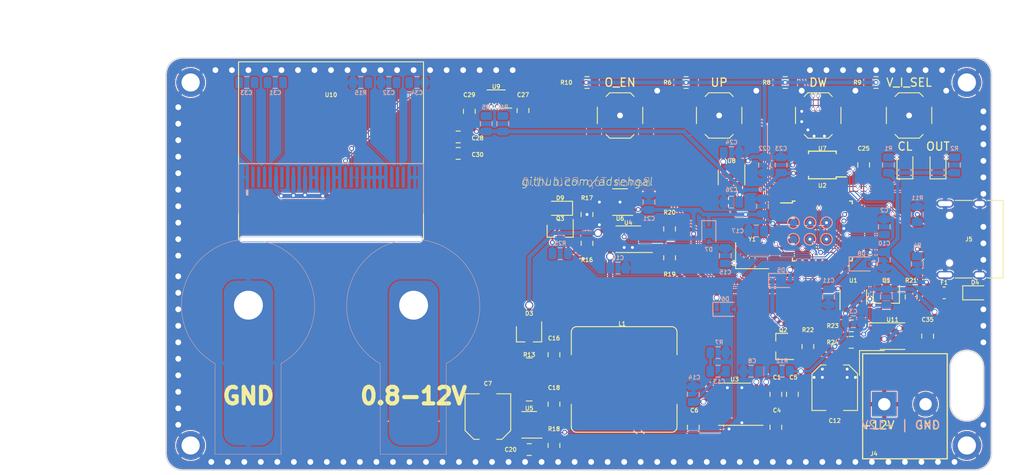
<source format=kicad_pcb>
(kicad_pcb (version 20200909) (generator pcbnew)
  (layers (0 "F.Cu" signal) (31 "B.Cu" signal) (34 "B.Paste" user) (35 "F.Paste" user) (36 "B.SilkS" user) (37 "F.SilkS" user) (38 "B.Mask" user) (39 "F.Mask" user) (44 "Edge.Cuts" user))
  (net 0 "")
  (net 1 "+VSW")
  (net 2 "GND")
  (net 3 "Net-(C2-Pad2)")
  (net 4 "Net-(C6-Pad2)")
  (net 5 "Net-(C6-Pad1)")
  (net 6 "+5V")
  (net 7 "Net-(C8-Pad2)")
  (net 8 "Net-(C13-Pad2)")
  (net 9 "Net-(C13-Pad1)")
  (net 10 "Net-(C15-Pad2)")
  (net 11 "Net-(C16-Pad2)")
  (net 12 "Net-(C17-Pad2)")
  (net 13 "Net-(D1-Pad2)")
  (net 14 "Net-(D1-Pad1)")
  (net 15 "Net-(D2-Pad2)")
  (net 16 "Net-(D2-Pad1)")
  (net 17 "/RST")
  (net 18 "/MOSI")
  (net 19 "/SCK")
  (net 20 "/MISO")
  (net 21 "VDC")
  (net 22 "/REG_EN")
  (net 23 "+3V3")
  (net 24 "Net-(C25-Pad2)")
  (net 25 "Net-(D4-Pad1)")
  (net 26 "/I_SENSE")
  (net 27 "Net-(R19-Pad2)")
  (net 28 "/V_FB")
  (net 29 "/~POT_CS")
  (net 30 "/POT_U~D")
  (net 31 "/SCL0")
  (net 32 "/SDA0")
  (net 33 "/V_SENSE")
  (net 34 "Net-(D5-Pad2)")
  (net 35 "Net-(U4-Pad3)")
  (net 36 "/SW3")
  (net 37 "/SW4")
  (net 38 "Net-(J5-PadA5)")
  (net 39 "/SW1")
  (net 40 "/SW2")
  (net 41 "/D-")
  (net 42 "/D+")
  (net 43 "Net-(J5-PadB5)")
  (net 44 "Net-(Q1-Pad3)")
  (net 45 "Net-(Q2-Pad3)")
  (net 46 "/RX")
  (net 47 "/TX")
  (net 48 "Net-(C31-Pad2)")
  (net 49 "Net-(C31-Pad1)")
  (net 50 "Net-(C32-Pad2)")
  (net 51 "Net-(C33-Pad2)")
  (net 52 "Net-(C33-Pad1)")
  (net 53 "Net-(C34-Pad2)")
  (net 54 "Net-(R5-Pad2)")
  (net 55 "Net-(R14-Pad2)")
  (net 56 "Net-(R15-Pad2)")
  (net 57 "Net-(Q1-Pad1)")
  (net 58 "Net-(Q2-Pad1)")
  (net 59 "/Vin")
  (net 60 "Net-(U11-Pad6)")
  (net 61 "Net-(D9-Pad1)")
  (net 62 "Net-(Q3-Pad1)")
  (net 63 "/POT_VIHH")
  (net 64 "Net-(R16-Pad2)")
  (net 65 "Net-(D8-Pad2)")
  (module "MountingHole:MountingHole_2.2mm_M2_ISO7380_Pad" (layer "F.Cu") (at 109 59)
    (fp_text reference "H3" (at 0 0) (layer "F.SilkS") (effects (font (size 0.5 0.5) (thickness 0.1))))
    (fp_text value "MountingHole_Pad")
    (pad "1" thru_hole circle (at 0 0) (size 3.5 3.5) (drill 2.2) (layers *.Cu *.Mask) (net 2 "GND"))
  )
  (module "MountingHole:MountingHole_2.2mm_M2_ISO7380_Pad" (layer "F.Cu") (at 109 15)
    (fp_text reference "H2" (at 0 0) (layer "F.SilkS") (effects (font (size 0.5 0.5) (thickness 0.1))))
    (fp_text value "MountingHole_Pad")
    (pad "1" thru_hole circle (at 0 0) (size 3.5 3.5) (drill 2.2) (layers *.Cu *.Mask) (net 2 "GND"))
  )
  (module "Capacitor_SMD:C_0805_2012Metric" (layer "F.Cu") (at 55.25 18.4 90)
    (fp_text reference "C27" (at 1.9 0 180) (layer "F.SilkS") (effects (font (size 0.5 0.5) (thickness 0.1))))
    (fp_text value "100nF")
    (pad "1" smd roundrect (at -0.9375 0 90) (size 0.975 1.4) (layers "F.Cu" "F.Paste" "F.Mask") (net 2 "GND"))
    (pad "2" smd roundrect (at 0.9375 0 90) (size 0.975 1.4) (layers "F.Cu" "F.Paste" "F.Mask") (net 6 "+5V"))
  )
  (module "Capacitor_SMD:C_0805_2012Metric" (layer "F.Cu") (at 48.75 18.5 90)
    (fp_text reference "C29" (at 2 0 180) (layer "F.SilkS") (effects (font (size 0.5 0.5) (thickness 0.1))))
    (fp_text value "1µF")
    (pad "1" smd roundrect (at -0.9375 0 90) (size 0.975 1.4) (layers "F.Cu" "F.Paste" "F.Mask") (net 2 "GND"))
    (pad "2" smd roundrect (at 0.9375 0 90) (size 0.975 1.4) (layers "F.Cu" "F.Paste" "F.Mask") (net 23 "+3V3"))
  )
  (module "Resistor_SMD:R_0805_2012Metric" (layer "F.Cu") (at 73 32.75 90)
    (fp_text reference "R20" (at 2 0 180) (layer "F.SilkS") (effects (font (size 0.5 0.5) (thickness 0.1))))
    (fp_text value "10K")
    (pad "1" smd roundrect (at -0.9375 0 90) (size 0.975 1.4) (layers "F.Cu" "F.Paste" "F.Mask") (net 27 "Net-(R19-Pad2)"))
    (pad "2" smd roundrect (at 0.9375 0 90) (size 0.975 1.4) (layers "F.Cu" "F.Paste" "F.Mask") (net 2 "GND"))
  )
  (module "Capacitor_SMD:C_0805_2012Metric" (layer "F.Cu") (at 75.87 56.8 90)
    (fp_text reference "C6" (at 2.05 0.13 180) (layer "F.SilkS") (effects (font (size 0.5 0.5) (thickness 0.1))))
    (fp_text value "100nF")
    (pad "1" smd roundrect (at -0.9375 0 90) (size 0.975 1.4) (layers "F.Cu" "F.Paste" "F.Mask") (net 5 "Net-(C6-Pad1)"))
    (pad "2" smd roundrect (at 0.9375 0 90) (size 0.975 1.4) (layers "F.Cu" "F.Paste" "F.Mask") (net 4 "Net-(C6-Pad2)"))
  )
  (module "Resistor_SMD:R_0805_2012Metric" (layer "F.Cu") (at 95 44.5)
    (fp_text reference "R23" (at -2.25 0) (layer "F.SilkS") (effects (font (size 0.5 0.5) (thickness 0.1))))
    (fp_text value "14K")
    (pad "1" smd roundrect (at -0.9375 0) (size 0.975 1.4) (layers "F.Cu" "F.Paste" "F.Mask") (net 59 "/Vin"))
    (pad "2" smd roundrect (at 0.9375 0) (size 0.975 1.4) (layers "F.Cu" "F.Paste" "F.Mask") (net 65 "Net-(D8-Pad2)"))
  )
  (module "TerminalBlock_Altech:Altech_AK300_1x02_P5.00mm_45-Degree" (layer "F.Cu") (at 99 54)
    (fp_text reference "J4" (at -1.25 6) (layer "F.SilkS") (effects (font (size 0.5 0.5) (thickness 0.1))))
    (fp_text value "Screw_Terminal_01x02")
    (pad "1" thru_hole rect (at 0 0) (size 3 3) (drill 1.5) (layers *.Cu *.Mask) (net 1 "+VSW"))
    (pad "2" thru_hole circle (at 5 0) (size 3 3) (drill 1.5) (layers *.Cu *.Mask) (net 2 "GND"))
  )
  (module "Resistor_SMD:R_0805_2012Metric" (layer "F.Cu") (at 63 34.5 -90)
    (fp_text reference "R16" (at 2 0 180) (layer "F.SilkS") (effects (font (size 0.5 0.5) (thickness 0.1))))
    (fp_text value "14K")
    (pad "1" smd roundrect (at -0.9375 0 270) (size 0.975 1.4) (layers "F.Cu" "F.Paste" "F.Mask") (net 33 "/V_SENSE"))
    (pad "2" smd roundrect (at 0.9375 0 270) (size 0.975 1.4) (layers "F.Cu" "F.Paste" "F.Mask") (net 64 "Net-(R16-Pad2)"))
  )
  (module "Capacitor_SMD:C_0805_2012Metric" (layer "F.Cu") (at 59 54 90)
    (fp_text reference "C18" (at 2 0 180) (layer "F.SilkS") (effects (font (size 0.5 0.5) (thickness 0.1))))
    (fp_text value "4.7µF")
    (pad "1" smd roundrect (at -0.9375 0 90) (size 0.975 1.4) (layers "F.Cu" "F.Paste" "F.Mask") (net 2 "GND"))
    (pad "2" smd roundrect (at 0.9375 0 90) (size 0.975 1.4) (layers "F.Cu" "F.Paste" "F.Mask") (net 11 "Net-(C16-Pad2)"))
  )
  (module "Crystal:Crystal_SMD_SeikoEpson_TSX3225-4Pin_3.2x2.5mm" (layer "F.Cu") (at 83 36)
    (fp_text reference "Y1" (at 0 -2) (layer "F.SilkS") (effects (font (size 0.5 0.5) (thickness 0.1))))
    (fp_text value "16MHz")
    (pad "1" smd rect (at -1.1 0.8) (size 1.4 1.15) (layers "F.Cu" "F.Paste" "F.Mask") (net 10 "Net-(C15-Pad2)"))
    (pad "2" smd rect (at 1.1 0.8) (size 1.4 1.15) (layers "F.Cu" "F.Paste" "F.Mask") (net 2 "GND"))
    (pad "3" smd rect (at 1.1 -0.8) (size 1.4 1.15) (layers "F.Cu" "F.Paste" "F.Mask") (net 12 "Net-(C17-Pad2)"))
    (pad "4" smd rect (at -1.1 -0.8) (size 1.4 1.15) (layers "F.Cu" "F.Paste" "F.Mask") (net 2 "GND"))
  )
  (module "Package_SO:MSOP-8_3x3mm_P0.65mm" (layer "F.Cu") (at 68 34 180)
    (fp_text reference "U4" (at 0 2 180) (layer "F.SilkS") (effects (font (size 0.5 0.5) (thickness 0.1))))
    (fp_text value "LM358")
    (pad "1" smd roundrect (at -2.1125 -0.975 180) (size 1.625 0.4) (layers "F.Cu" "F.Paste" "F.Mask") (net 28 "/V_FB"))
    (pad "2" smd roundrect (at -2.1125 -0.325 180) (size 1.625 0.4) (layers "F.Cu" "F.Paste" "F.Mask") (net 27 "Net-(R19-Pad2)"))
    (pad "3" smd roundrect (at -2.1125 0.325 180) (size 1.625 0.4) (layers "F.Cu" "F.Paste" "F.Mask") (net 35 "Net-(U4-Pad3)"))
    (pad "4" smd roundrect (at -2.1125 0.975 180) (size 1.625 0.4) (layers "F.Cu" "F.Paste" "F.Mask") (net 2 "GND"))
    (pad "5" smd roundrect (at 2.1125 0.975 180) (size 1.625 0.4) (layers "F.Cu" "F.Paste" "F.Mask") (net 11 "Net-(C16-Pad2)"))
    (pad "6" smd roundrect (at 2.1125 0.325 180) (size 1.625 0.4) (layers "F.Cu" "F.Paste" "F.Mask") (net 64 "Net-(R16-Pad2)"))
    (pad "7" smd roundrect (at 2.1125 -0.325 180) (size 1.625 0.4) (layers "F.Cu" "F.Paste" "F.Mask") (net 64 "Net-(R16-Pad2)"))
    (pad "8" smd roundrect (at 2.1125 -0.975 180) (size 1.625 0.4) (layers "F.Cu" "F.Paste" "F.Mask") (net 1 "+VSW"))
  )
  (module "Package_QFP:TQFP-32_7x7mm_P0.8mm" (layer "F.Cu") (at 91.5 33)
    (fp_text reference "U2" (at 0 -5.5) (layer "F.SilkS") (effects (font (size 0.5 0.5) (thickness 0.1))))
    (fp_text value "ATmega328PB-AU")
    (pad "1" smd rect (at -4.25 -2.8) (size 1.6 0.55) (layers "F.Cu" "F.Paste" "F.Mask") (net 40 "/SW2"))
    (pad "2" smd rect (at -4.25 -2) (size 1.6 0.55) (layers "F.Cu" "F.Paste" "F.Mask") (net 39 "/SW1"))
    (pad "3" smd rect (at -4.25 -1.2) (size 1.6 0.55) (layers "F.Cu" "F.Paste" "F.Mask") (net 2 "GND"))
    (pad "4" smd rect (at -4.25 -0.4) (size 1.6 0.55) (layers "F.Cu" "F.Paste" "F.Mask") (net 6 "+5V"))
    (pad "5" smd rect (at -4.25 0.4) (size 1.6 0.55) (layers "F.Cu" "F.Paste" "F.Mask") (net 2 "GND"))
    (pad "6" smd rect (at -4.25 1.2) (size 1.6 0.55) (layers "F.Cu" "F.Paste" "F.Mask") (net 6 "+5V"))
    (pad "7" smd rect (at -4.25 2) (size 1.6 0.55) (layers "F.Cu" "F.Paste" "F.Mask") (net 12 "Net-(C17-Pad2)"))
    (pad "8" smd rect (at -4.25 2.8) (size 1.6 0.55) (layers "F.Cu" "F.Paste" "F.Mask") (net 10 "Net-(C15-Pad2)"))
    (pad "9" smd rect (at -2.8 4.25 90) (size 1.6 0.55) (layers "F.Cu" "F.Paste" "F.Mask") (net 34 "Net-(D5-Pad2)"))
    (pad "10" smd rect (at -2 4.25 90) (size 1.6 0.55) (layers "F.Cu" "F.Paste" "F.Mask") (net 29 "/~POT_CS"))
    (pad "11" smd rect (at -1.2 4.25 90) (size 1.6 0.55) (layers "F.Cu" "F.Paste" "F.Mask") (net 37 "/SW4"))
    (pad "12" smd rect (at -0.4 4.25 90) (size 1.6 0.55) (layers "F.Cu" "F.Paste" "F.Mask") (net 30 "/POT_U~D"))
    (pad "13" smd rect (at 0.4 4.25 90) (size 1.6 0.55) (layers "F.Cu" "F.Paste" "F.Mask") (net 63 "/POT_VIHH"))
    (pad "14" smd rect (at 1.2 4.25 90) (size 1.6 0.55) (layers "F.Cu" "F.Paste" "F.Mask"))
    (pad "15" smd rect (at 2 4.25 90) (size 1.6 0.55) (layers "F.Cu" "F.Paste" "F.Mask") (net 18 "/MOSI"))
    (pad "16" smd rect (at 2.8 4.25 90) (size 1.6 0.55) (layers "F.Cu" "F.Paste" "F.Mask") (net 20 "/MISO"))
    (pad "17" smd rect (at 4.25 2.8) (size 1.6 0.55) (layers "F.Cu" "F.Paste" "F.Mask") (net 19 "/SCK"))
    (pad "18" smd rect (at 4.25 2) (size 1.6 0.55) (layers "F.Cu" "F.Paste" "F.Mask") (net 6 "+5V"))
    (pad "19" smd rect (at 4.25 1.2) (size 1.6 0.55) (layers "F.Cu" "F.Paste" "F.Mask"))
    (pad "20" smd rect (at 4.25 0.4) (size 1.6 0.55) (layers "F.Cu" "F.Paste" "F.Mask") (net 3 "Net-(C2-Pad2)"))
    (pad "21" smd rect (at 4.25 -0.4) (size 1.6 0.55) (layers "F.Cu" "F.Paste" "F.Mask") (net 2 "GND"))
    (pad "22" smd rect (at 4.25 -1.2) (size 1.6 0.55) (layers "F.Cu" "F.Paste" "F.Mask") (net 65 "Net-(D8-Pad2)"))
    (pad "23" smd rect (at 4.25 -2) (size 1.6 0.55) (layers "F.Cu" "F.Paste" "F.Mask") (net 26 "/I_SENSE"))
    (pad "24" smd rect (at 4.25 -2.8) (size 1.6 0.55) (layers "F.Cu" "F.Paste" "F.Mask") (net 33 "/V_SENSE"))
    (pad "25" smd rect (at 2.8 -4.25 90) (size 1.6 0.55) (layers "F.Cu" "F.Paste" "F.Mask") (net 16 "Net-(D2-Pad1)"))
    (pad "26" smd rect (at 2 -4.25 90) (size 1.6 0.55) (layers "F.Cu" "F.Paste" "F.Mask") (net 14 "Net-(D1-Pad1)"))
    (pad "27" smd rect (at 1.2 -4.25 90) (size 1.6 0.55) (layers "F.Cu" "F.Paste" "F.Mask") (net 32 "/SDA0"))
    (pad "28" smd rect (at 0.4 -4.25 90) (size 1.6 0.55) (layers "F.Cu" "F.Paste" "F.Mask") (net 31 "/SCL0"))
    (pad "29" smd rect (at -0.4 -4.25 90) (size 1.6 0.55) (layers "F.Cu" "F.Paste" "F.Mask") (net 17 "/RST"))
    (pad "30" smd rect (at -1.2 -4.25 90) (size 1.6 0.55) (layers "F.Cu" "F.Paste" "F.Mask") (net 46 "/RX"))
    (pad "31" smd rect (at -2 -4.25 90) (size 1.6 0.55) (layers "F.Cu" "F.Paste" "F.Mask") (net 47 "/TX"))
    (pad "32" smd rect (at -2.8 -4.25 90) (size 1.6 0.55) (layers "F.Cu" "F.Paste" "F.Mask") (net 36 "/SW3"))
  )
  (module "Capacitor_SMD:C_0805_2012Metric" (layer "F.Cu") (at 47.4 21.6 180)
    (fp_text reference "C28" (at -2.35 -0.15) (layer "F.SilkS") (effects (font (size 0.5 0.5) (thickness 0.1))))
    (fp_text value "100nF")
    (pad "1" smd roundrect (at -0.9375 0 180) (size 0.975 1.4) (layers "F.Cu" "F.Paste" "F.Mask") (net 2 "GND"))
    (pad "2" smd roundrect (at 0.9375 0 180) (size 0.975 1.4) (layers "F.Cu" "F.Paste" "F.Mask") (net 23 "+3V3"))
  )
  (module "Package_TO_SOT_SMD:SOT-23" (layer "F.Cu") (at 86.62 47 180)
    (fp_text reference "Q2" (at -0.13 2) (layer "F.SilkS") (effects (font (size 0.5 0.5) (thickness 0.1))))
    (fp_text value "FDN335N")
    (pad "1" smd rect (at -1 -0.95 180) (size 0.9 0.8) (layers "F.Cu" "F.Paste" "F.Mask") (net 58 "Net-(Q2-Pad1)"))
    (pad "2" smd rect (at -1 0.95 180) (size 0.9 0.8) (layers "F.Cu" "F.Paste" "F.Mask") (net 2 "GND"))
    (pad "3" smd rect (at 1 0 180) (size 0.9 0.8) (layers "F.Cu" "F.Paste" "F.Mask") (net 45 "Net-(Q2-Pad3)"))
  )
  (module "Capacitor_SMD:C_0805_2012Metric" (layer "F.Cu") (at 85.87 56.8 90)
    (fp_text reference "C4" (at 2.05 0.13 180) (layer "F.SilkS") (effects (font (size 0.5 0.5) (thickness 0.1))))
    (fp_text value "4.7µF")
    (pad "1" smd roundrect (at -0.9375 0 90) (size 0.975 1.4) (layers "F.Cu" "F.Paste" "F.Mask") (net 2 "GND"))
    (pad "2" smd roundrect (at 0.9375 0 90) (size 0.975 1.4) (layers "F.Cu" "F.Paste" "F.Mask") (net 1 "+VSW"))
  )
  (module "Button_Switch_SMD:SW_SPST_TL3342" (layer "F.Cu") (at 91 19)
    (fp_text reference "SW2" hide)
    (fp_text value "DW" (at 0 -4) (layer "F.SilkS"))
    (pad "1" smd rect (at -3.15 -1.9) (size 1.7 1) (layers "F.Cu" "F.Paste" "F.Mask") (net 40 "/SW2"))
    (pad "1" smd rect (at 3.15 -1.9) (size 1.7 1) (layers "F.Cu" "F.Paste" "F.Mask") (net 40 "/SW2"))
    (pad "2" smd rect (at 3.15 1.9) (size 1.7 1) (layers "F.Cu" "F.Paste" "F.Mask") (net 2 "GND"))
    (pad "2" smd rect (at -3.15 1.9) (size 1.7 1) (layers "F.Cu" "F.Paste" "F.Mask") (net 2 "GND"))
  )
  (module "Diode_SMD:D_SOD-323" (layer "F.Cu") (at 110 40.5)
    (fp_text reference "D4" (at 0 -1.25) (layer "F.SilkS") (effects (font (size 0.5 0.5) (thickness 0.1))))
    (fp_text value "CUS10S30")
    (pad "1" smd rect (at -1.05 0) (size 0.6 0.45) (layers "F.Cu" "F.Paste" "F.Mask") (net 25 "Net-(D4-Pad1)"))
    (pad "2" smd rect (at 1.05 0) (size 0.6 0.45) (layers "F.Cu" "F.Paste" "F.Mask") (net 22 "/REG_EN"))
  )
  (module "Resistor_SMD:R_0805_2012Metric" (layer "F.Cu") (at 102.25 41 -90)
    (fp_text reference "R21" (at -2 0 180) (layer "F.SilkS") (effects (font (size 0.5 0.5) (thickness 0.1))))
    (fp_text value "1K")
    (pad "1" smd roundrect (at -0.9375 0 270) (size 0.975 1.4) (layers "F.Cu" "F.Paste" "F.Mask") (net 57 "Net-(Q1-Pad1)"))
    (pad "2" smd roundrect (at 0.9375 0 270) (size 0.975 1.4) (layers "F.Cu" "F.Paste" "F.Mask") (net 22 "/REG_EN"))
  )
  (module "Resistor_SMD:R_1020_2550Metric" (layer "F.Cu") (at 56 51)
    (fp_text reference "R13" (at 0 -3) (layer "F.SilkS") (effects (font (size 0.5 0.5) (thickness 0.1))))
    (fp_text value "0.01R")
    (pad "1" smd roundrect (at -1.125 0) (size 1.15 5.2) (layers "F.Cu" "F.Paste" "F.Mask") (roundrect_rratio 0.2173913043478261) (net 21 "VDC"))
    (pad "2" smd roundrect (at 1.125 0) (size 1.15 5.2) (layers "F.Cu" "F.Paste" "F.Mask") (roundrect_rratio 0.2173913043478261) (net 11 "Net-(C16-Pad2)"))
  )
  (module "Resistor_SMD:R_0805_2012Metric" (layer "F.Cu") (at 63 15)
    (fp_text reference "R10" (at -2.5 0) (layer "F.SilkS") (effects (font (size 0.5 0.5) (thickness 0.1))))
    (fp_text value "10K")
    (pad "1" smd roundrect (at -0.9375 0) (size 0.975 1.4) (layers "F.Cu" "F.Paste" "F.Mask") (net 6 "+5V"))
    (pad "2" smd roundrect (at 0.9375 0) (size 0.975 1.4) (layers "F.Cu" "F.Paste" "F.Mask") (net 37 "/SW4"))
  )
  (module "Capacitor_SMD:C_0805_2012Metric" (layer "F.Cu") (at 85.87 52.8 -90)
    (fp_text reference "C1" (at -2.05 -0.13 180) (layer "F.SilkS") (effects (font (size 0.5 0.5) (thickness 0.1))))
    (fp_text value "10nF")
    (pad "1" smd roundrect (at -0.9375 0 270) (size 0.975 1.4) (layers "F.Cu" "F.Paste" "F.Mask") (net 2 "GND"))
    (pad "2" smd roundrect (at 0.9375 0 270) (size 0.975 1.4) (layers "F.Cu" "F.Paste" "F.Mask") (net 1 "+VSW"))
  )
  (module "Capacitor_SMD:C_0805_2012Metric" (layer "F.Cu") (at 56 59.5)
    (fp_text reference "C20" (at -2.25 0) (layer "F.SilkS") (effects (font (size 0.5 0.5) (thickness 0.1))))
    (fp_text value "100nF")
    (pad "1" smd roundrect (at -0.9375 0) (size 0.975 1.4) (layers "F.Cu" "F.Paste" "F.Mask") (net 6 "+5V"))
    (pad "2" smd roundrect (at 0.9375 0) (size 0.975 1.4) (layers "F.Cu" "F.Paste" "F.Mask") (net 2 "GND"))
  )
  (module "Resistor_SMD:R_0805_2012Metric" (layer "F.Cu") (at 75 15)
    (fp_text reference "R6" (at -2.25 0) (layer "F.SilkS") (effects (font (size 0.5 0.5) (thickness 0.1))))
    (fp_text value "10K")
    (pad "1" smd roundrect (at -0.9375 0) (size 0.975 1.4) (layers "F.Cu" "F.Paste" "F.Mask") (net 6 "+5V"))
    (pad "2" smd roundrect (at 0.9375 0) (size 0.975 1.4) (layers "F.Cu" "F.Paste" "F.Mask") (net 39 "/SW1"))
  )
  (module "Button_Switch_SMD:SW_SPST_TL3342" (layer "F.Cu") (at 79 19)
    (fp_text reference "SW1" hide)
    (fp_text value "UP" (at 0 -4) (layer "F.SilkS"))
    (pad "1" smd rect (at -3.15 -1.9) (size 1.7 1) (layers "F.Cu" "F.Paste" "F.Mask") (net 39 "/SW1"))
    (pad "1" smd rect (at 3.15 -1.9) (size 1.7 1) (layers "F.Cu" "F.Paste" "F.Mask") (net 39 "/SW1"))
    (pad "2" smd rect (at -3.15 1.9) (size 1.7 1) (layers "F.Cu" "F.Paste" "F.Mask") (net 2 "GND"))
    (pad "2" smd rect (at 3.15 1.9) (size 1.7 1) (layers "F.Cu" "F.Paste" "F.Mask") (net 2 "GND"))
  )
  (module "Resistor_SMD:R_0805_2012Metric" (layer "F.Cu") (at 59 59 90)
    (fp_text reference "R18" (at 2 0 180) (layer "F.SilkS") (effects (font (size 0.5 0.5) (thickness 0.1))))
    (fp_text value "500K")
    (pad "1" smd roundrect (at -0.9375 0 90) (size 0.975 1.4) (layers "F.Cu" "F.Paste" "F.Mask") (net 2 "GND"))
    (pad "2" smd roundrect (at 0.9375 0 90) (size 0.975 1.4) (layers "F.Cu" "F.Paste" "F.Mask") (net 26 "/I_SENSE"))
  )
  (module "Package_SO:VSSOP-8_2.3x2mm_P0.5mm" (layer "F.Cu") (at 52 17 180)
    (fp_text reference "U9" (at 0 1.5) (layer "F.SilkS") (effects (font (size 0.5 0.5) (thickness 0.1))))
    (fp_text value "PCA9306")
    (pad "1" smd rect (at -1.55 -0.75 90) (size 0.3 0.8) (layers "F.Cu" "F.Paste" "F.Mask") (net 2 "GND"))
    (pad "2" smd rect (at -1.55 -0.25 90) (size 0.3 0.8) (layers "F.Cu" "F.Paste" "F.Mask") (net 6 "+5V"))
    (pad "3" smd rect (at -1.55 0.25 90) (size 0.3 0.8) (layers "F.Cu" "F.Paste" "F.Mask") (net 31 "/SCL0"))
    (pad "4" smd rect (at -1.55 0.75 90) (size 0.3 0.8) (layers "F.Cu" "F.Paste" "F.Mask") (net 32 "/SDA0"))
    (pad "5" smd rect (at 1.55 0.75 90) (size 0.3 0.8) (layers "F.Cu" "F.Paste" "F.Mask") (net 55 "Net-(R14-Pad2)"))
    (pad "6" smd rect (at 1.55 0.25 90) (size 0.3 0.8) (layers "F.Cu" "F.Paste" "F.Mask") (net 54 "Net-(R5-Pad2)"))
    (pad "7" smd rect (at 1.55 -0.25 90) (size 0.3 0.8) (layers "F.Cu" "F.Paste" "F.Mask") (net 23 "+3V3"))
    (pad "8" smd rect (at 1.55 -0.75 90) (size 0.3 0.8) (layers "F.Cu" "F.Paste" "F.Mask") (net 23 "+3V3"))
  )
  (module "Capacitor_SMD:C_Elec_5x5.4" (layer "F.Cu") (at 51 55.5 90)
    (fp_text reference "C7" (at 4 0 180) (layer "F.SilkS") (effects (font (size 0.5 0.5) (thickness 0.1))))
    (fp_text value "10uF")
    (pad "1" smd roundrect (at -2.0625 0 90) (size 2.775 1.6) (layers "F.Cu" "F.Paste" "F.Mask") (roundrect_rratio 0.15625) (net 2 "GND"))
    (pad "2" smd roundrect (at 2.0625 0 90) (size 2.775 1.6) (layers "F.Cu" "F.Paste" "F.Mask") (roundrect_rratio 0.15625) (net 21 "VDC"))
  )
  (module "Capacitor_SMD:C_0805_2012Metric" (layer "F.Cu") (at 104.25 45.75 90)
    (fp_text reference "C35" (at 2 0 180) (layer "F.SilkS") (effects (font (size 0.5 0.5) (thickness 0.1))))
    (fp_text value "100nF")
    (pad "1" smd roundrect (at -0.9375 0 90) (size 0.975 1.4) (layers "F.Cu" "F.Paste" "F.Mask") (net 2 "GND"))
    (pad "2" smd roundrect (at 0.9375 0 90) (size 0.975 1.4) (layers "F.Cu" "F.Paste" "F.Mask") (net 1 "+VSW"))
  )
  (module "Custom_Displays:SSD1306_0.96in" (layer "F.Cu") (at 32 23)
    (fp_text reference "U10" (at 0 -6.5 unlocked) (layer "F.SilkS") (effects (font (size 0.5 0.5) (thickness 0.1))))
    (fp_text value "SSD1306_0.96in")
    (pad "" np_thru_hole oval (at 0 11) (size 22.01 0.6) (drill oval 22 0.5) (layers *.Cu *.Mask))
    (pad "1" smd rect (at -10.15 3.5) (size 0.4 2.5) (layers "B.Cu" "B.Paste" "B.Mask") (net 2 "GND"))
    (pad "2" smd rect (at -9.45 3.5) (size 0.4 2.5) (layers "B.Cu" "B.Paste" "B.Mask") (net 51 "Net-(C33-Pad2)"))
    (pad "3" smd rect (at -8.75 3.5) (size 0.4 2.5) (layers "B.Cu" "B.Paste" "B.Mask") (net 52 "Net-(C33-Pad1)"))
    (pad "4" smd rect (at -8.05 3.5) (size 0.4 2.5) (layers "B.Cu" "B.Paste" "B.Mask") (net 49 "Net-(C31-Pad1)"))
    (pad "5" smd rect (at -7.35 3.5) (size 0.4 2.5) (layers "B.Cu" "B.Paste" "B.Mask") (net 48 "Net-(C31-Pad2)"))
    (pad "6" smd rect (at -6.65 3.5) (size 0.4 2.5) (layers "B.Cu" "B.Paste" "B.Mask") (net 23 "+3V3"))
    (pad "7" smd rect (at -5.95 3.5) (size 0.4 2.5) (layers "B.Cu" "B.Paste" "B.Mask"))
    (pad "8" smd rect (at -5.25 3.5) (size 0.4 2.5) (layers "B.Cu" "B.Paste" "B.Mask") (net 2 "GND"))
    (pad "9" smd rect (at -4.55 3.5) (size 0.4 2.5) (layers "B.Cu" "B.Paste" "B.Mask") (net 23 "+3V3"))
    (pad "10" smd rect (at -3.85 3.5) (size 0.4 2.5) (layers "B.Cu" "B.Paste" "B.Mask") (net 2 "GND"))
    (pad "11" smd rect (at -3.15 3.5) (size 0.4 2.5) (layers "B.Cu" "B.Paste" "B.Mask") (net 23 "+3V3"))
    (pad "12" smd rect (at -2.45 3.5) (size 0.4 2.5) (layers "B.Cu" "B.Paste" "B.Mask") (net 2 "GND"))
    (pad "13" smd rect (at -1.75 3.5) (size 0.4 2.5) (layers "B.Cu" "B.Paste" "B.Mask") (net 2 "GND"))
    (pad "14" smd rect (at -1.05 3.5) (size 0.4 2.5) (layers "B.Cu" "B.Paste" "B.Mask") (net 23 "+3V3"))
    (pad "15" smd rect (at -0.35 3.5) (size 0.4 2.5) (layers "B.Cu" "B.Paste" "B.Mask") (net 23 "+3V3"))
    (pad "16" smd rect (at 0.35 3.5) (size 0.4 2.5) (layers "B.Cu" "B.Paste" "B.Mask") (net 2 "GND"))
    (pad "17" smd rect (at 1.05 3.5) (size 0.4 2.5) (layers "B.Cu" "B.Paste" "B.Mask") (net 2 "GND"))
    (pad "18" smd rect (at 1.75 3.5) (size 0.4 2.5) (layers "B.Cu" "B.Paste" "B.Mask") (net 54 "Net-(R5-Pad2)"))
    (pad "19" smd rect (at 2.45 3.5) (size 0.4 2.5) (layers "B.Cu" "B.Paste" "B.Mask") (net 55 "Net-(R14-Pad2)"))
    (pad "20" smd rect (at 3.15 3.5) (size 0.4 2.5) (layers "B.Cu" "B.Paste" "B.Mask") (net 55 "Net-(R14-Pad2)"))
    (pad "21" smd rect (at 3.85 3.5) (size 0.4 2.5) (layers "B.Cu" "B.Paste" "B.Mask") (net 2 "GND"))
    (pad "22" smd rect (at 4.55 3.5) (size 0.4 2.5) (layers "B.Cu" "B.Paste" "B.Mask") (net 2 "GND"))
    (pad "23" smd rect (at 5.25 3.5) (size 0.4 2.5) (layers "B.Cu" "B.Paste" "B.Mask") (net 2 "GND"))
    (pad "24" smd rect (at 5.95 3.5) (size 0.4 2.5) (layers "B.Cu" "B.Paste" "B.Mask") (net 2 "GND"))
    (pad "25" smd rect (at 6.65 3.5) (size 0.4 2.5) (layers "B.Cu" "B.Paste" "B.Mask") (net 2 "GND"))
    (pad "26" smd rect (at 7.35 3.5) (size 0.4 2.5) (layers "B.Cu" "B.Paste" "B.Mask") (net 56 "Net-(R15-Pad2)"))
    (pad "27" smd rect (at 8.05 3.5) (size 0.4 2.5) (layers "B.Cu" "B.Paste" "B.Mask") (net 50 "Net-(C32-Pad2)"))
    (pad "28" smd rect (at 8.75 3.5) (size 0.4 2.5) (layers "B.Cu" "B.Paste" "B.Mask") (net 53 "Net-(C34-Pad2)"))
    (pad "29" smd rect (at 9.45 3.5) (size 0.4 2.5) (layers "B.Cu" "B.Paste" "B.Mask") (net 2 "GND"))
    (pad "30" smd rect (at 10.15 3.5) (size 0.4 2.5) (layers "B.Cu" "B.Paste" "B.Mask") (net 2 "GND"))
  )
  (module "Binding_Post:Binding_Post" (layer "F.Cu") (at 22 42)
    (fp_text reference "J3" hide)
    (fp_text value "Conn_01x01" hide)
    (pad "1" thru_hole circle (at 0 0) (size 5 5) (drill 3.5) (layers *.Cu *.Mask) (net 2 "GND"))
    (pad "1" smd roundrect (at 0 7) (size 6 20) (layers "B.Cu" "B.Paste" "B.Mask") (chamfer_ratio 0.2) (chamfer) (net 2 "GND"))
  )
  (module "MountingHole:MountingHole_2.2mm_M2_ISO7380_Pad" (layer "F.Cu") (at 15 59)
    (fp_text reference "H4" (at 0 0) (layer "F.SilkS") (effects (font (size 0.5 0.5) (thickness 0.1))))
    (fp_text value "MountingHole_Pad")
    (pad "1" thru_hole circle (at 0 0) (size 3.5 3.5) (drill 2.2) (layers *.Cu *.Mask) (net 2 "GND"))
  )
  (module "LOGO" (layer "F.Cu") (at 65 24)
    (fp_text reference "G***" hide)
    (fp_text value "LOGO" hide)
  )
  (module "Resistor_SMD:R_0805_2012Metric" (layer "F.Cu") (at 87 15)
    (fp_text reference "R8" (at -2.25 0) (layer "F.SilkS") (effects (font (size 0.5 0.5) (thickness 0.1))))
    (fp_text value "10K")
    (pad "1" smd roundrect (at -0.9375 0) (size 0.975 1.4) (layers "F.Cu" "F.Paste" "F.Mask") (net 6 "+5V"))
    (pad "2" smd roundrect (at 0.9375 0) (size 0.975 1.4) (layers "F.Cu" "F.Paste" "F.Mask") (net 40 "/SW2"))
  )
  (module "Button_Switch_SMD:SW_SPST_TL3342" (layer "F.Cu") (at 102 19)
    (fp_text reference "SW3" hide)
    (fp_text value "V_I_SEL" (at 0 -4) (layer "F.SilkS"))
    (pad "1" smd rect (at 3.15 -1.9) (size 1.7 1) (layers "F.Cu" "F.Paste" "F.Mask") (net 36 "/SW3"))
    (pad "1" smd rect (at -3.15 -1.9) (size 1.7 1) (layers "F.Cu" "F.Paste" "F.Mask") (net 36 "/SW3"))
    (pad "2" smd rect (at 3.15 1.9) (size 1.7 1) (layers "F.Cu" "F.Paste" "F.Mask") (net 2 "GND"))
    (pad "2" smd rect (at -3.15 1.9) (size 1.7 1) (layers "F.Cu" "F.Paste" "F.Mask") (net 2 "GND"))
  )
  (module "Package_SO:MSOP-10_3x3mm_P0.5mm" (layer "F.Cu") (at 91.5 25 180)
    (fp_text reference "U7" (at 0 2) (layer "F.SilkS") (effects (font (size 0.5 0.5) (thickness 0.1))))
    (fp_text value "CH340E")
    (pad "1" smd rect (at -2.2 -1 180) (size 1.4 0.3) (layers "F.Cu" "F.Paste" "F.Mask") (net 42 "/D+"))
    (pad "2" smd rect (at -2.2 -0.5 180) (size 1.4 0.3) (layers "F.Cu" "F.Paste" "F.Mask") (net 41 "/D-"))
    (pad "3" smd rect (at -2.2 0 180) (size 1.4 0.3) (layers "F.Cu" "F.Paste" "F.Mask") (net 2 "GND"))
    (pad "4" smd rect (at -2.2 0.5 180) (size 1.4 0.3) (layers "F.Cu" "F.Paste" "F.Mask") (net 24 "Net-(C25-Pad2)"))
    (pad "5" smd rect (at -2.2 1 180) (size 1.4 0.3) (layers "F.Cu" "F.Paste" "F.Mask"))
    (pad "6" smd rect (at 2.2 1 180) (size 1.4 0.3) (layers "F.Cu" "F.Paste" "F.Mask"))
    (pad "7" smd rect (at 2.2 0.5 180) (size 1.4 0.3) (layers "F.Cu" "F.Paste" "F.Mask") (net 6 "+5V"))
    (pad "8" smd rect (at 2.2 0 180) (size 1.4 0.3) (layers "F.Cu" "F.Paste" "F.Mask") (net 46 "/RX"))
    (pad "9" smd rect (at 2.2 -0.5 180) (size 1.4 0.3) (layers "F.Cu" "F.Paste" "F.Mask") (net 47 "/TX"))
    (pad "10" smd rect (at 2.2 -1 180) (size 1.4 0.3) (layers "F.Cu" "F.Paste" "F.Mask") (net 23 "+3V3"))
  )
  (module "Diode_SMD:D_SOD-323" (layer "F.Cu") (at 59.75 30.25 180)
    (fp_text reference "D9" (at 0 1.25) (layer "F.SilkS") (effects (font (size 0.5 0.5) (thickness 0.1))))
    (fp_text value "CUS10S30")
    (pad "1" smd rect (at -1.05 0 180) (size 0.6 0.45) (layers "F.Cu" "F.Paste" "F.Mask") (net 61 "Net-(D9-Pad1)"))
    (pad "2" smd rect (at 1.05 0 180) (size 0.6 0.45) (layers "F.Cu" "F.Paste" "F.Mask") (net 29 "/~POT_CS"))
  )
  (module "Package_TO_SOT_SMD:SOT-23" (layer "F.Cu") (at 59.75 33 -90)
    (fp_text reference "Q3" (at -1.5 0 180) (layer "F.SilkS") (effects (font (size 0.5 0.5) (thickness 0.1))))
    (fp_text value "FDN335N")
    (pad "1" smd rect (at -1 -0.95 270) (size 0.9 0.8) (layers "F.Cu" "F.Paste" "F.Mask") (net 62 "Net-(Q3-Pad1)"))
    (pad "2" smd rect (at -1 0.95 270) (size 0.9 0.8) (layers "F.Cu" "F.Paste" "F.Mask") (net 61 "Net-(D9-Pad1)"))
    (pad "3" smd rect (at 1 0 270) (size 0.9 0.8) (layers "F.Cu" "F.Paste" "F.Mask") (net 1 "+VSW"))
  )
  (module "Connector_USB:USB_C_Receptacle_HRO_TYPE-C-31-M-12" (layer "F.Cu") (at 109.5 34 90)
    (fp_text reference "J5" (at 0 -0.25 180) (layer "F.SilkS") (effects (font (size 0.5 0.5) (thickness 0.1))))
    (fp_text value "USB_C_Receptacle_USB2.0")
    (pad "" np_thru_hole circle (at -2.89 -2.6 90) (size 0.65 0.65) (drill 0.65) (layers *.Cu *.Mask))
    (pad "" np_thru_hole circle (at 2.89 -2.6 90) (size 0.65 0.65) (drill 0.65) (layers *.Cu *.Mask))
    (pad "A1" smd rect (at -3.25 -4.045 90) (size 0.6 1.45) (layers "F.Cu" "F.Paste" "F.Mask") (net 2 "GND"))
    (pad "A4" smd rect (at -2.45 -4.045 90) (size 0.6 1.45) (layers "F.Cu" "F.Paste" "F.Mask") (net 22 "/REG_EN"))
    (pad "A5" smd rect (at -1.25 -4.045 90) (size 0.3 1.45) (layers "F.Cu" "F.Paste" "F.Mask") (net 38 "Net-(J5-PadA5)"))
    (pad "A6" smd rect (at -0.25 -4.045 90) (size 0.3 1.45) (layers "F.Cu" "F.Paste" "F.Mask") (net 42 "/D+"))
    (pad "A7" smd rect (at 0.25 -4.045 90) (size 0.3 1.45) (layers "F.Cu" "F.Paste" "F.Mask") (net 41 "/D-"))
    (pad "A8" smd rect (at 1.25 -4.045 90) (size 0.3 1.45) (layers "F.Cu" "F.Paste" "F.Mask"))
    (pad "A9" smd rect (at 2.45 -4.045 90) (size 0.6 1.45) (layers "F.Cu" "F.Paste" "F.Mask") (net 22 "/REG_EN"))
    (pad "A12" smd rect (at 3.25 -4.045 90) (size 0.6 1.45) (layers "F.Cu" "F.Paste" "F.Mask") (net 2 "GND"))
    (pad "B1" smd rect (at 3.25 -4.045 90) (size 0.6 1.45) (layers "F.Cu" "F.Paste" "F.Mask") (net 2 "GND"))
    (pad "B4" smd rect (at 2.45 -4.045 90) (size 0.6 1.45) (layers "F.Cu" "F.Paste" "F.Mask") (net 22 "/REG_EN"))
    (pad "B5" smd rect (at 1.75 -4.045 90) (size 0.3 1.45) (layers "F.Cu" "F.Paste" "F.Mask") (net 43 "Net-(J5-PadB5)"))
    (pad "B6" smd rect (at 0.75 -4.045 90) (size 0.3 1.45) (layers "F.Cu" "F.Paste" "F.Mask") (net 42 "/D+"))
    (pad "B7" smd rect (at -0.75 -4.045 90) (size 0.3 1.45) (layers "F.Cu" "F.Paste" "F.Mask") (net 41 "/D-"))
    (pad "B8" smd rect (at -1.75 -4.045 90) (size 0.3 1.45) (layers "F.Cu" "F.Paste" "F.Mask"))
    (pad "B9" smd rect (at -2.45 -4.045 90) (size 0.6 1.45) (layers "F.Cu" "F.Paste" "F.Mask") (net 22 "/REG_EN"))
    (pad "B12" smd rect (at -3.25 -4.045 90) (size 0.6 1.45) (layers "F.Cu" "F.Paste" "F.Mask") (net 2 "GND"))
    (pad "S1" thru_hole oval (at -4.32 1.05 90) (size 1 1.6) (drill oval 0.6 1.2) (layers *.Cu *.Mask) (net 2 "GND"))
    (pad "S1" thru_hole oval (at -4.32 -3.13 90) (size 1 2.1) (drill oval 0.6 1.7) (layers *.Cu *.Mask) (net 2 "GND"))
    (pad "S1" thru_hole oval (at 4.32 -3.13 90) (size 1 2.1) (drill oval 0.6 1.7) (layers *.Cu *.Mask) (net 2 "GND"))
    (pad "S1" thru_hole oval (at 4.32 1.05 90) (size 1 1.6) (drill oval 0.6 1.2) (layers *.Cu *.Mask) (net 2 "GND"))
  )
  (module "Binding_Post:Binding_Post" (layer "F.Cu") (at 42 42)
    (fp_text reference "J2" hide)
    (fp_text value "Conn_01x01" hide)
    (pad "1" smd roundrect (at 0 7) (size 6 20) (layers "B.Cu" "B.Paste" "B.Mask") (chamfer_ratio 0.2) (chamfer) (net 21 "VDC"))
    (pad "1" thru_hole circle (at 0 0) (size 5 5) (drill 3.5) (layers *.Cu *.Mask) (net 21 "VDC"))
  )
  (module "MountingHole:MountingHole_2.2mm_M2_ISO7380_Pad" (layer "F.Cu") (at 15 15)
    (fp_text reference "H1" (at 0 0) (layer "F.SilkS") (effects (font (size 0.5 0.5) (thickness 0.1))))
    (fp_text value "MountingHole_Pad")
    (pad "1" thru_hole circle (at 0 0) (size 3.5 3.5) (drill 2.2) (layers *.Cu *.Mask) (net 2 "GND"))
  )
  (module "Capacitor_SMD:C_Elec_5x5.4" (layer "F.Cu") (at 93 52 -90)
    (fp_text reference "C12" (at 4 0 180) (layer "F.SilkS") (effects (font (size 0.5 0.5) (thickness 0.1))))
    (fp_text value "10uF")
    (pad "1" smd roundrect (at -2.0625 0 270) (size 2.775 1.6) (layers "F.Cu" "F.Paste" "F.Mask") (roundrect_rratio 0.15625) (net 2 "GND"))
    (pad "2" smd roundrect (at 2.0625 0 270) (size 2.775 1.6) (layers "F.Cu" "F.Paste" "F.Mask") (roundrect_rratio 0.15625) (net 1 "+VSW"))
  )
  (module "Resistor_SMD:R_0805_2012Metric" (layer "F.Cu") (at 73 36.25 90)
    (fp_text reference "R19" (at -2 0 180) (layer "F.SilkS") (effects (font (size 0.5 0.5) (thickness 0.1))))
    (fp_text value "14K")
    (pad "1" smd roundrect (at -0.9375 0 90) (size 0.975 1.4) (layers "F.Cu" "F.Paste" "F.Mask") (net 28 "/V_FB"))
    (pad "2" smd roundrect (at 0.9375 0 90) (size 0.975 1.4) (layers "F.Cu" "F.Paste" "F.Mask") (net 27 "Net-(R19-Pad2)"))
  )
  (module "Inductor_SMD:L_Bourns_SRR1260" (layer "F.Cu") (at 67.5 51 180)
    (fp_text reference "L1" (at 0.25 6.75) (layer "F.SilkS") (effects (font (size 0.5 0.5) (thickness 0.1))))
    (fp_text value "4.7µH")
    (pad "1" smd rect (at -4.85 0 180) (size 2.9 5.4) (layers "F.Cu" "F.Paste" "F.Mask") (net 4 "Net-(C6-Pad2)"))
    (pad "2" smd rect (at 4.85 0 180) (size 2.9 5.4) (layers "F.Cu" "F.Paste" "F.Mask") (net 11 "Net-(C16-Pad2)"))
  )
  (module "Fuse:Fuse_0805_2012Metric_Castellated" (layer "F.Cu") (at 106.25 40.5 180)
    (fp_text reference "F1" (at 0 1.25) (layer "F.SilkS") (effects (font (size 0.5 0.5) (thickness 0.1))))
    (fp_text value "MF-PSMF020X-2")
    (pad "1" smd roundrect (at -0.9625 0 180) (size 1.325 1.3) (layers "F.Cu" "F.Paste" "F.Mask") (roundrect_rratio 0.1923076923076923) (net 25 "Net-(D4-Pad1)"))
    (pad "2" smd roundrect (at 0.9625 0 180) (size 1.325 1.3) (layers "F.Cu" "F.Paste" "F.Mask") (roundrect_rratio 0.1923076923076923) (net 6 "+5V"))
  )
  (module "Capacitor_SMD:C_0805_2012Metric" (layer "F.Cu") (at 96.5 25 90)
    (fp_text reference "C25" (at 2 0 180) (layer "F.SilkS") (effects (font (size 0.5 0.5) (thickness 0.1))))
    (fp_text value "100nF")
    (pad "1" smd roundrect (at -0.9375 0 90) (size 0.975 1.4) (layers "F.Cu" "F.Paste" "F.Mask") (net 17 "/RST"))
    (pad "2" smd roundrect (at 0.9375 0 90) (size 0.975 1.4) (layers "F.Cu" "F.Paste" "F.Mask") (net 24 "Net-(C25-Pad2)"))
  )
  (module "Button_Switch_SMD:SW_SPST_TL3342" (layer "F.Cu") (at 67 19)
    (fp_text reference "SW4" hide)
    (fp_text value "O_EN" (at 0 -4) (layer "F.SilkS"))
    (pad "1" smd rect (at -3.15 -1.9) (size 1.7 1) (layers "F.Cu" "F.Paste" "F.Mask") (net 37 "/SW4"))
    (pad "1" smd rect (at 3.15 -1.9) (size 1.7 1) (layers "F.Cu" "F.Paste" "F.Mask") (net 37 "/SW4"))
    (pad "2" smd rect (at 3.15 1.9) (size 1.7 1) (layers "F.Cu" "F.Paste" "F.Mask") (net 2 "GND"))
    (pad "2" smd rect (at -3.15 1.9) (size 1.7 1) (layers "F.Cu" "F.Paste" "F.Mask") (net 2 "GND"))
  )
  (module "LED_SMD:LED_0805_2012Metric" (layer "F.Cu") (at 101.5 25 90)
    (fp_text reference "D1" hide)
    (fp_text value "CL" (at 2.25 0 180) (layer "F.SilkS"))
    (pad "1" smd roundrect (at -0.9375 0 90) (size 0.975 1.4) (layers "F.Cu" "F.Paste" "F.Mask") (net 14 "Net-(D1-Pad1)"))
    (pad "2" smd roundrect (at 0.9375 0 90) (size 0.975 1.4) (layers "F.Cu" "F.Paste" "F.Mask") (net 13 "Net-(D1-Pad2)"))
  )
  (module "Package_TO_SOT_SMD:SOT-23" (layer "F.Cu") (at 99.25 41 -90)
    (fp_text reference "Q1" (at -2 0 180) (layer "F.SilkS") (effects (font (size 0.5 0.5) (thickness 0.1))))
    (fp_text value "FDN335N")
    (pad "1" smd rect (at -1 -0.95 270) (size 0.9 0.8) (layers "F.Cu" "F.Paste" "F.Mask") (net 57 "Net-(Q1-Pad1)"))
    (pad "2" smd rect (at -1 0.95 270) (size 0.9 0.8) (layers "F.Cu" "F.Paste" "F.Mask") (net 2 "GND"))
    (pad "3" smd rect (at 1 0 270) (size 0.9 0.8) (layers "F.Cu" "F.Paste" "F.Mask") (net 44 "Net-(Q1-Pad3)"))
  )
  (module "Package_SO:MSOP-8_3x3mm_P0.65mm" (layer "F.Cu") (at 100 45.75)
    (fp_text reference "U11" (at 0 -2) (layer "F.SilkS") (effects (font (size 0.5 0.5) (thickness 0.1))))
    (fp_text value "LM358")
    (pad "1" smd roundrect (at -2.1125 -0.975) (size 1.625 0.4) (layers "F.Cu" "F.Paste" "F.Mask") (net 59 "/Vin"))
    (pad "2" smd roundrect (at -2.1125 -0.325) (size 1.625 0.4) (layers "F.Cu" "F.Paste" "F.Mask") (net 59 "/Vin"))
    (pad "3" smd roundrect (at -2.1125 0.325) (size 1.625 0.4) (layers "F.Cu" "F.Paste" "F.Mask") (net 1 "+VSW"))
    (pad "4" smd roundrect (at -2.1125 0.975) (size 1.625 0.4) (layers "F.Cu" "F.Paste" "F.Mask") (net 2 "GND"))
    (pad "5" smd roundrect (at 2.1125 0.975) (size 1.625 0.4) (layers "F.Cu" "F.Paste" "F.Mask") (net 2 "GND"))
    (pad "6" smd roundrect (at 2.1125 0.325) (size 1.625 0.4) (layers "F.Cu" "F.Paste" "F.Mask") (net 60 "Net-(U11-Pad6)"))
    (pad "7" smd roundrect (at 2.1125 -0.325) (size 1.625 0.4) (layers "F.Cu" "F.Paste" "F.Mask") (net 60 "Net-(U11-Pad6)"))
    (pad "8" smd roundrect (at 2.1125 -0.975) (size 1.625 0.4) (layers "F.Cu" "F.Paste" "F.Mask") (net 1 "+VSW"))
  )
  (module "Capacitor_SMD:C_0805_2012Metric" (layer "F.Cu") (at 87.87 52.8 -90)
    (fp_text reference "C5" (at -2.05 -0.13 180) (layer "F.SilkS") (effects (font (size 0.5 0.5) (thickness 0.1))))
    (fp_text value "4.7µF")
    (pad "1" smd roundrect (at -0.9375 0 270) (size 0.975 1.4) (layers "F.Cu" "F.Paste" "F.Mask") (net 2 "GND"))
    (pad "2" smd roundrect (at 0.9375 0 270) (size 0.975 1.4) (layers "F.Cu" "F.Paste" "F.Mask") (net 1 "+VSW"))
  )
  (module "Package_TO_SOT_SMD:SOT-23-6" (layer "F.Cu") (at 67 29.5 180)
    (fp_text reference "U6" (at 0 -2) (layer "F.SilkS") (effects (font (size 0.5 0.5) (thickness 0.1))))
    (fp_text value "MCP4023-103ECH")
    (pad "1" smd rect (at -1.1 -0.95 180) (size 1.06 0.65) (layers "F.Cu" "F.Paste" "F.Mask") (net 6 "+5V"))
    (pad "2" smd rect (at -1.1 0 180) (size 1.06 0.65) (layers "F.Cu" "F.Paste" "F.Mask") (net 2 "GND"))
    (pad "3" smd rect (at -1.1 0.95 180) (size 1.06 0.65) (layers "F.Cu" "F.Paste" "F.Mask") (net 30 "/POT_U~D"))
    (pad "4" smd rect (at 1.1 0.95 180) (size 1.06 0.65) (layers "F.Cu" "F.Paste" "F.Mask") (net 61 "Net-(D9-Pad1)"))
    (pad "5" smd rect (at 1.1 0 180) (size 1.06 0.65) (layers "F.Cu" "F.Paste" "F.Mask") (net 35 "Net-(U4-Pad3)"))
    (pad "6" smd rect (at 1.1 -0.95 180) (size 1.06 0.65) (layers "F.Cu" "F.Paste" "F.Mask") (net 33 "/V_SENSE"))
  )
  (module "Package_SO:SOIC-8-1EP_3.9x4.9mm_P1.27mm_EP2.514x3.2mm" (layer "F.Cu") (at 80.87 54 180)
    (fp_text reference "U3" (at 0 3 180) (layer "F.SilkS") (effects (font (size 0.5 0.5) (thickness 0.1))))
    (fp_text value "TPS54531DDAR")
    (pad "1" smd roundrect (at -2.6375 -1.905 180) (size 1.625 0.6) (layers "F.Cu" "F.Paste" "F.Mask") (net 5 "Net-(C6-Pad1)"))
    (pad "2" smd roundrect (at -2.6375 -0.635 180) (size 1.625 0.6) (layers "F.Cu" "F.Paste" "F.Mask") (net 1 "+VSW"))
    (pad "3" smd roundrect (at -2.6375 0.635 180) (size 1.625 0.6) (layers "F.Cu" "F.Paste" "F.Mask") (net 45 "Net-(Q2-Pad3)"))
    (pad "4" smd roundrect (at -2.6375 1.905 180) (size 1.625 0.6) (layers "F.Cu" "F.Paste" "F.Mask") (net 7 "Net-(C8-Pad2)"))
    (pad "5" smd roundrect (at 2.6375 1.905 180) (size 1.625 0.6) (layers "F.Cu" "F.Paste" "F.Mask") (net 28 "/V_FB"))
    (pad "6" smd roundrect (at 2.6375 0.635 180) (size 1.625 0.6) (layers "F.Cu" "F.Paste" "F.Mask") (net 8 "Net-(C13-Pad2)"))
    (pad "7" smd roundrect (at 2.6375 -0.635 180) (size 1.625 0.6) (layers "F.Cu" "F.Paste" "F.Mask") (net 2 "GND"))
    (pad "8" smd roundrect (at 2.6375 -1.905 180) (size 1.625 0.6) (layers "F.Cu" "F.Paste" "F.Mask") (net 4 "Net-(C6-Pad2)"))
    (pad "9" smd rect (at 0 0 180) (size 2.514 3.2) (layers "F.Cu" "F.Mask") (net 2 "GND"))
  )
  (module "Package_TO_SOT_SMD:SOT-23-5" (layer "F.Cu") (at 56 56.5 180)
    (fp_text reference "U5" (at 0 2) (layer "F.SilkS") (effects (font (size 0.5 0.5) (thickness 0.1))))
    (fp_text value "INA138")
    (pad "1" smd rect (at -1.1 -0.95 180) (size 1.06 0.65) (layers "F.Cu" "F.Paste" "F.Mask") (net 26 "/I_SENSE"))
    (pad "2" smd rect (at -1.1 0 180) (size 1.06 0.65) (layers "F.Cu" "F.Paste" "F.Mask") (net 2 "GND"))
    (pad "3" smd rect (at -1.1 0.95 180) (size 1.06 0.65) (layers "F.Cu" "F.Paste" "F.Mask") (net 11 "Net-(C16-Pad2)"))
    (pad "4" smd rect (at 1.1 0.95 180) (size 1.06 0.65) (layers "F.Cu" "F.Paste" "F.Mask") (net 21 "VDC"))
    (pad "5" smd rect (at 1.1 -0.95 180) (size 1.06 0.65) (layers "F.Cu" "F.Paste" "F.Mask") (net 6 "+5V"))
  )
  (module "Capacitor_SMD:C_0805_2012Metric" (layer "F.Cu") (at 47.4 23.6 180)
    (fp_text reference "C30" (at -2.35 -0.15) (layer "F.SilkS") (effects (font (size 0.5 0.5) (thickness 0.1))))
    (fp_text value "1µF")
    (pad "1" smd roundrect (at -0.9375 0 180) (size 0.975 1.4) (layers "F.Cu" "F.Paste" "F.Mask") (net 2 "GND"))
    (pad "2" smd roundrect (at 0.9375 0 180) (size 0.975 1.4) (layers "F.Cu" "F.Paste" "F.Mask") (net 23 "+3V3"))
  )
  (module "Package_TO_SOT_SMD:SOT-23-5" (layer "F.Cu") (at 80.5 26.5 -90)
    (fp_text reference "U8" (at -2 0 180) (layer "F.SilkS") (effects (font (size 0.5 0.5) (thickness 0.1))))
    (fp_text value "MIC5205-3.3YM5")
    (pad "1" smd rect (at -1.1 -0.95 270) (size 1.06 0.65) (layers "F.Cu" "F.Paste" "F.Mask") (net 6 "+5V"))
    (pad "2" smd rect (at -1.1 0 270) (size 1.06 0.65) (layers "F.Cu" "F.Paste" "F.Mask") (net 2 "GND"))
    (pad "3" smd rect (at -1.1 0.95 270) (size 1.06 0.65) (layers "F.Cu" "F.Paste" "F.Mask") (net 6 "+5V"))
    (pad "4" smd rect (at 1.1 0.95 270) (size 1.06 0.65) (layers "F.Cu" "F.Paste" "F.Mask"))
    (pad "5" smd rect (at 1.1 -0.95 270) (size 1.06 0.65) (layers "F.Cu" "F.Paste" "F.Mask") (net 23 "+3V3"))
  )
  (module "LED_SMD:LED_0805_2012Metric" (layer "F.Cu") (at 105.5 25 90)
    (fp_text reference "D2" hide)
    (fp_text value "OUT" (at 2.25 0 180) (layer "F.SilkS"))
    (pad "1" smd roundrect (at -0.9375 0 90) (size 0.975 1.4) (layers "F.Cu" "F.Paste" "F.Mask") (net 16 "Net-(D2-Pad1)"))
    (pad "2" smd roundrect (at 0.9375 0 90) (size 0.975 1.4) (layers "F.Cu" "F.Paste" "F.Mask") (net 15 "Net-(D2-Pad2)"))
  )
  (module "Package_TO_SOT_SMD:SOT-23-5" (layer "F.Cu") (at 95.25 41 90)
    (fp_text reference "U1" (at 2 0) (layer "F.SilkS") (effects (font (size 0.5 0.5) (thickness 0.1))))
    (fp_text value "MIC5205-5.0YM5")
    (pad "1" smd rect (at -1.1 -0.95 90) (size 1.06 0.65) (layers "F.Cu" "F.Paste" "F.Mask") (net 1 "+VSW"))
    (pad "2" smd rect (at -1.1 0 90) (size 1.06 0.65) (layers "F.Cu" "F.Paste" "F.Mask") (net 2 "GND"))
    (pad "3" smd rect (at -1.1 0.95 90) (size 1.06 0.65) (layers "F.Cu" "F.Paste" "F.Mask") (net 44 "Net-(Q1-Pad3)"))
    (pad "4" smd rect (at 1.1 0.95 90) (size 1.06 0.65) (layers "F.Cu" "F.Paste" "F.Mask"))
    (pad "5" smd rect (at 1.1 -0.95 90) (size 1.06 0.65) (layers "F.Cu" "F.Paste" "F.Mask") (net 6 "+5V"))
  )
  (module "Resistor_SMD:R_0805_2012Metric" (layer "F.Cu") (at 95 46.5)
    (fp_text reference "R24" (at -2.25 0) (layer "F.SilkS") (effects (font (size 0.5 0.5) (thickness 0.1))))
    (fp_text value "10K")
    (pad "1" smd roundrect (at -0.9375 0) (size 0.975 1.4) (layers "F.Cu" "F.Paste" "F.Mask") (net 2 "GND"))
    (pad "2" smd roundrect (at 0.9375 0) (size 0.975 1.4) (layers "F.Cu" "F.Paste" "F.Mask") (net 65 "Net-(D8-Pad2)"))
  )
  (module "Resistor_SMD:R_0805_2012Metric" (layer "F.Cu") (at 98 15)
    (fp_text reference "R9" (at -2.25 0) (layer "F.SilkS") (effects (font (size 0.5 0.5) (thickness 0.1))))
    (fp_text value "10K")
    (pad "1" smd roundrect (at -0.9375 0) (size 0.975 1.4) (layers "F.Cu" "F.Paste" "F.Mask") (net 6 "+5V"))
    (pad "2" smd roundrect (at 0.9375 0) (size 0.975 1.4) (layers "F.Cu" "F.Paste" "F.Mask") (net 36 "/SW3"))
  )
  (module "Capacitor_SMD:C_0805_2012Metric" (layer "F.Cu") (at 59 48 -90)
    (fp_text reference "C16" (at -2 0 180) (layer "F.SilkS") (effects (font (size 0.5 0.5) (thickness 0.1))))
    (fp_text value "4.7µF")
    (pad "1" smd roundrect (at -0.9375 0 270) (size 0.975 1.4) (layers "F.Cu" "F.Paste" "F.Mask") (net 2 "GND"))
    (pad "2" smd roundrect (at 0.9375 0 270) (size 0.975 1.4) (layers "F.Cu" "F.Paste" "F.Mask") (net 11 "Net-(C16-Pad2)"))
  )
  (module "Resistor_SMD:R_0805_2012Metric" (layer "F.Cu") (at 89.75 47 90)
    (fp_text reference "R22" (at 2 0 180) (layer "F.SilkS") (effects (font (size 0.5 0.5) (thickness 0.1))))
    (fp_text value "1K")
    (pad "1" smd roundrect (at -0.9375 0 90) (size 0.975 1.4) (layers "F.Cu" "F.Paste" "F.Mask") (net 58 "Net-(Q2-Pad1)"))
    (pad "2" smd roundrect (at 0.9375 0 90) (size 0.975 1.4) (layers "F.Cu" "F.Paste" "F.Mask") (net 22 "/REG_EN"))
  )
  (module "Resistor_SMD:R_0805_2012Metric" (layer "F.Cu") (at 63 31 -90)
    (fp_text reference "R17" (at -2 0 180) (layer "F.SilkS") (effects (font (size 0.5 0.5) (thickness 0.1))))
    (fp_text value "10K")
    (pad "1" smd roundrect (at -0.9375 0 270) (size 0.975 1.4) (layers "F.Cu" "F.Paste" "F.Mask") (net 2 "GND"))
    (pad "2" smd roundrect (at 0.9375 0 270) (size 0.975 1.4) (layers "F.Cu" "F.Paste" "F.Mask") (net 33 "/V_SENSE"))
  )
  (module "Package_TO_SOT_SMD:TSOT-23" (layer "F.Cu") (at 56 45.5 -90)
    (fp_text reference "D3" (at -2.5 0 -180) (layer "F.SilkS") (effects (font (size 0.5 0.5) (thickness 0.1))))
    (fp_text value "BAT1000")
    (pad "1" smd rect (at -1.31 -0.95 270) (size 1.22 0.65) (layers "F.Cu" "F.Paste" "F.Mask") (net 2 "GND"))
    (pad "2" smd rect (at -1.31 0.95 270) (size 1.22 0.65) (layers "F.Cu" "F.Paste" "F.Mask"))
    (pad "3" smd rect (at 1.31 0 270) (size 1.22 0.65) (layers "F.Cu" "F.Paste" "F.Mask") (net 11 "Net-(C16-Pad2)"))
  )
  (module "TestPoint:TestPoint_Pad_D1.0mm" (layer "B.Cu") (at 92 34 -90)
    (fp_text reference "TP3" hide)
    (fp_text value "TestPoint" hide)
    (pad "1" smd circle (at 0 0 270) (size 1 1) (layers "B.Cu" "B.Mask") (net 17 "/RST"))
  )
  (module "Capacitor_SMD:C_0805_2012Metric" (layer "B.Cu") (at 39 15)
    (fp_text reference "C32" (at 0 1.25) (layer "B.SilkS") (effects (font (size 0.5 0.5) (thickness 0.1)) (justify mirror)))
    (fp_text value "4.7µF")
    (pad "1" smd roundrect (at -0.9375 0) (size 0.975 1.4) (layers "B.Cu" "B.Paste" "B.Mask") (net 2 "GND"))
    (pad "2" smd roundrect (at 0.9375 0) (size 0.975 1.4) (layers "B.Cu" "B.Paste" "B.Mask") (net 50 "Net-(C32-Pad2)"))
  )
  (module "TestPoint:TestPoint_Pad_D1.0mm" (layer "B.Cu") (at 92 32 -90)
    (fp_text reference "TP6" hide)
    (fp_text value "TestPoint" hide)
    (pad "1" smd circle (at 0 0 270) (size 1 1) (layers "B.Cu" "B.Mask") (net 2 "GND"))
  )
  (module "Diode_SMD:D_SOD-323" (layer "B.Cu") (at 79.75 42.5)
    (fp_text reference "D6" (at 0 -1.25) (layer "B.SilkS") (effects (font (size 0.5 0.5) (thickness 0.1)) (justify mirror)))
    (fp_text value "CUS10S30")
    (pad "1" smd rect (at -1.05 0) (size 0.6 0.45) (layers "B.Cu" "B.Paste" "B.Mask") (net 6 "+5V"))
    (pad "2" smd rect (at 1.05 0) (size 0.6 0.45) (layers "B.Cu" "B.Paste" "B.Mask") (net 26 "/I_SENSE"))
  )
  (module "Resistor_SMD:R_0805_2012Metric" (layer "B.Cu") (at 52.8 20 90)
    (fp_text reference "R14" (at 2 -0.05 180) (layer "B.SilkS") (effects (font (size 0.5 0.5) (thickness 0.1)) (justify mirror)))
    (fp_text value "2.2K")
    (pad "1" smd roundrect (at -0.9375 0 90) (size 0.975 1.4) (layers "B.Cu" "B.Paste" "B.Mask") (net 23 "+3V3"))
    (pad "2" smd roundrect (at 0.9375 0 90) (size 0.975 1.4) (layers "B.Cu" "B.Paste" "B.Mask") (net 55 "Net-(R14-Pad2)"))
  )
  (module "TestPoint:TestPoint_Pad_D1.0mm" (layer "B.Cu") (at 88 34 -90)
    (fp_text reference "TP1" hide)
    (fp_text value "TestPoint" hide)
    (pad "1" smd circle (at 0 0 270) (size 1 1) (layers "B.Cu" "B.Mask") (net 20 "/MISO"))
  )
  (module "Capacitor_SMD:C_0805_2012Metric" (layer "B.Cu") (at 95.25 44 180)
    (fp_text reference "C3" (at 0 1.25) (layer "B.SilkS") (effects (font (size 0.5 0.5) (thickness 0.1)) (justify mirror)))
    (fp_text value "100nF")
    (pad "1" smd roundrect (at -0.9375 0 180) (size 0.975 1.4) (layers "B.Cu" "B.Paste" "B.Mask") (net 2 "GND"))
    (pad "2" smd roundrect (at 0.9375 0 180) (size 0.975 1.4) (layers "B.Cu" "B.Paste" "B.Mask") (net 1 "+VSW"))
  )
  (module "Capacitor_SMD:C_0805_2012Metric" (layer "B.Cu") (at 82.87 50)
    (fp_text reference "C8" (at 0.13 -1.25) (layer "B.SilkS") (effects (font (size 0.5 0.5) (thickness 0.1)) (justify mirror)))
    (fp_text value "10nF")
    (pad "1" smd roundrect (at -0.9375 0) (size 0.975 1.4) (layers "B.Cu" "B.Paste" "B.Mask") (net 2 "GND"))
    (pad "2" smd roundrect (at 0.9375 0) (size 0.975 1.4) (layers "B.Cu" "B.Paste" "B.Mask") (net 7 "Net-(C8-Pad2)"))
  )
  (module "Capacitor_SMD:C_0805_2012Metric" (layer "B.Cu") (at 99 32.5 -90)
    (fp_text reference "C2" (at -2 0 -180) (layer "B.SilkS") (effects (font (size 0.5 0.5) (thickness 0.1)) (justify mirror)))
    (fp_text value "100nF")
    (pad "1" smd roundrect (at -0.9375 0 270) (size 0.975 1.4) (layers "B.Cu" "B.Paste" "B.Mask") (net 2 "GND"))
    (pad "2" smd roundrect (at 0.9375 0 270) (size 0.975 1.4) (layers "B.Cu" "B.Paste" "B.Mask") (net 3 "Net-(C2-Pad2)"))
  )
  (module "TestPoint:TestPoint_Pad_D1.0mm" (layer "B.Cu") (at 90 34 -90)
    (fp_text reference "TP2" hide)
    (fp_text value "TestPoint" hide)
    (pad "1" smd circle (at 0 0 270) (size 1 1) (layers "B.Cu" "B.Mask") (net 19 "/SCK"))
  )
  (module "Resistor_SMD:R_0805_2012Metric" (layer "B.Cu") (at 103 31 -90)
    (fp_text reference "R11" (at -2 0) (layer "B.SilkS") (effects (font (size 0.5 0.5) (thickness 0.1)) (justify mirror)))
    (fp_text value "5.1K")
    (pad "1" smd roundrect (at -0.9375 0 270) (size 0.975 1.4) (layers "B.Cu" "B.Paste" "B.Mask") (net 2 "GND"))
    (pad "2" smd roundrect (at 0.9375 0 270) (size 0.975 1.4) (layers "B.Cu" "B.Paste" "B.Mask") (net 43 "Net-(J5-PadB5)"))
  )
  (module "Diode_SMD:D_SOD-323" (layer "B.Cu") (at 96.25 37)
    (fp_text reference "D8" (at 0 -1.25) (layer "B.SilkS") (effects (font (size 0.5 0.5) (thickness 0.1)) (justify mirror)))
    (fp_text value "CUS10S30")
    (pad "1" smd rect (at -1.05 0) (size 0.6 0.45) (layers "B.Cu" "B.Paste" "B.Mask") (net 6 "+5V"))
    (pad "2" smd rect (at 1.05 0) (size 0.6 0.45) (layers "B.Cu" "B.Paste" "B.Mask") (net 65 "Net-(D8-Pad2)"))
  )
  (module "Resistor_SMD:R_0805_2012Metric" (layer "B.Cu") (at 103 37 90)
    (fp_text reference "R4" (at 2.25 0) (layer "B.SilkS") (effects (font (size 0.5 0.5) (thickness 0.1)) (justify mirror)))
    (fp_text value "5.1K")
    (pad "1" smd roundrect (at -0.9375 0 90) (size 0.975 1.4) (layers "B.Cu" "B.Paste" "B.Mask") (net 2 "GND"))
    (pad "2" smd roundrect (at 0.9375 0 90) (size 0.975 1.4) (layers "B.Cu" "B.Paste" "B.Mask") (net 38 "Net-(J5-PadA5)"))
  )
  (module "Capacitor_SMD:C_0805_2012Metric" (layer "B.Cu") (at 42.4 15 180)
    (fp_text reference "C34" (at 0 -1.25) (layer "B.SilkS") (effects (font (size 0.5 0.5) (thickness 0.1)) (justify mirror)))
    (fp_text value "2.2µF")
    (pad "1" smd roundrect (at -0.9375 0 180) (size 0.975 1.4) (layers "B.Cu" "B.Paste" "B.Mask") (net 2 "GND"))
    (pad "2" smd roundrect (at 0.9375 0 180) (size 0.975 1.4) (layers "B.Cu" "B.Paste" "B.Mask") (net 53 "Net-(C34-Pad2)"))
  )
  (module "Resistor_SMD:R_0805_2012Metric" (layer "B.Cu") (at 59.75 35.75)
    (fp_text reference "R25" (at 0 -1.25) (layer "B.SilkS") (effects (font (size 0.5 0.5) (thickness 0.1)) (justify mirror)))
    (fp_text value "1K")
    (pad "1" smd roundrect (at -0.9375 0) (size 0.975 1.4) (layers "B.Cu" "B.Paste" "B.Mask") (net 62 "Net-(Q3-Pad1)"))
    (pad "2" smd roundrect (at 0.9375 0) (size 0.975 1.4) (layers "B.Cu" "B.Paste" "B.Mask") (net 63 "/POT_VIHH"))
  )
  (module "Diode_SMD:D_SOD-323" (layer "B.Cu") (at 86.5 39)
    (fp_text reference "D5" (at 0 -1.25) (layer "B.SilkS") (effects (font (size 0.5 0.5) (thickness 0.1)) (justify mirror)))
    (fp_text value "CUS10S30")
    (pad "1" smd rect (at -1.05 0) (size 0.6 0.45) (layers "B.Cu" "B.Paste" "B.Mask") (net 22 "/REG_EN"))
    (pad "2" smd rect (at 1.05 0) (size 0.6 0.45) (layers "B.Cu" "B.Paste" "B.Mask") (net 34 "Net-(D5-Pad2)"))
  )
  (module "Capacitor_SMD:C_0805_2012Metric" (layer "B.Cu") (at 79.75 36 -90)
    (fp_text reference "C15" (at 2 0) (layer "B.SilkS") (effects (font (size 0.5 0.5) (thickness 0.1)) (justify mirror)))
    (fp_text value "22pF")
    (pad "1" smd roundrect (at -0.9375 0 270) (size 0.975 1.4) (layers "B.Cu" "B.Paste" "B.Mask") (net 2 "GND"))
    (pad "2" smd roundrect (at 0.9375 0 270) (size 0.975 1.4) (layers "B.Cu" "B.Paste" "B.Mask") (net 10 "Net-(C15-Pad2)"))
  )
  (module "Capacitor_SMD:C_0805_2012Metric" (layer "B.Cu") (at 25.25 15)
    (fp_text reference "C31" (at 0 1.25) (layer "B.SilkS") (effects (font (size 0.5 0.5) (thickness 0.1)) (justify mirror)))
    (fp_text value "1µF")
    (pad "1" smd roundrect (at -0.9375 0) (size 0.975 1.4) (layers "B.Cu" "B.Paste" "B.Mask") (net 49 "Net-(C31-Pad1)"))
    (pad "2" smd roundrect (at 0.9375 0) (size 0.975 1.4) (layers "B.Cu" "B.Paste" "B.Mask") (net 48 "Net-(C31-Pad2)"))
  )
  (module "Capacitor_SMD:C_0805_2012Metric" (layer "B.Cu") (at 99 36.5 90)
    (fp_text reference "C10" (at 2 0 180) (layer "B.SilkS") (effects (font (size 0.5 0.5) (thickness 0.1)) (justify mirror)))
    (fp_text value "100nF")
    (pad "1" smd roundrect (at -0.9375 0 90) (size 0.975 1.4) (layers "B.Cu" "B.Paste" "B.Mask") (net 2 "GND"))
    (pad "2" smd roundrect (at 0.9375 0 90) (size 0.975 1.4) (layers "B.Cu" "B.Paste" "B.Mask") (net 6 "+5V"))
  )
  (module "Resistor_SMD:R_0805_2012Metric" (layer "B.Cu") (at 50.8 20 90)
    (fp_text reference "R5" (at 2 -0.05 180) (layer "B.SilkS") (effects (font (size 0.5 0.5) (thickness 0.1)) (justify mirror)))
    (fp_text value "2.2K")
    (pad "1" smd roundrect (at -0.9375 0 90) (size 0.975 1.4) (layers "B.Cu" "B.Paste" "B.Mask") (net 23 "+3V3"))
    (pad "2" smd roundrect (at 0.9375 0 90) (size 0.975 1.4) (layers "B.Cu" "B.Paste" "B.Mask") (net 54 "Net-(R5-Pad2)"))
  )
  (module "Capacitor_SMD:C_0805_2012Metric" (layer "B.Cu") (at 75.87 52.8 -90)
    (fp_text reference "C14" (at -2.05 -0.13 -180) (layer "B.SilkS") (effects (font (size 0.5 0.5) (thickness 0.1)) (justify mirror)))
    (fp_text value "22pF")
    (pad "1" smd roundrect (at -0.9375 0 270) (size 0.975 1.4) (layers "B.Cu" "B.Paste" "B.Mask") (net 2 "GND"))
    (pad "2" smd roundrect (at 0.9375 0 270) (size 0.975 1.4) (layers "B.Cu" "B.Paste" "B.Mask") (net 8 "Net-(C13-Pad2)"))
  )
  (module "Resistor_SMD:R_0805_2012Metric" (layer "B.Cu") (at 107.5 25 -90)
    (fp_text reference "R2" (at -2 0 -180) (layer "B.SilkS") (effects (font (size 0.5 0.5) (thickness 0.1)) (justify mirror)))
    (fp_text value "330R")
    (pad "1" smd roundrect (at -0.9375 0 270) (size 0.975 1.4) (layers "B.Cu" "B.Paste" "B.Mask") (net 15 "Net-(D2-Pad2)"))
    (pad "2" smd roundrect (at 0.9375 0 270) (size 0.975 1.4) (layers "B.Cu" "B.Paste" "B.Mask") (net 6 "+5V"))
  )
  (module "TestPoint:TestPoint_Pad_D1.0mm" (layer "B.Cu") (at 90 32 -90)
    (fp_text reference "TP5" hide)
    (fp_text value "TestPoint" hide)
    (pad "1" smd circle (at 0 0 270) (size 1 1) (layers "B.Cu" "B.Mask") (net 18 "/MOSI"))
  )
  (module "Resistor_SMD:R_0805_2012Metric" (layer "B.Cu") (at 99.25 41 90)
    (fp_text reference "R3" (at 2 0) (layer "B.SilkS") (effects (font (size 0.5 0.5) (thickness 0.1)) (justify mirror)))
    (fp_text value "10K")
    (pad "1" smd roundrect (at -0.9375 0 90) (size 0.975 1.4) (layers "B.Cu" "B.Paste" "B.Mask") (net 44 "Net-(Q1-Pad3)"))
    (pad "2" smd roundrect (at 0.9375 0 90) (size 0.975 1.4) (layers "B.Cu" "B.Paste" "B.Mask") (net 1 "+VSW"))
  )
  (module "Resistor_SMD:R_0805_2012Metric" (layer "B.Cu") (at 86.62 50)
    (fp_text reference "R12" (at 0 -1.25) (layer "B.SilkS") (effects (font (size 0.5 0.5) (thickness 0.1)) (justify mirror)))
    (fp_text value "10K")
    (pad "1" smd roundrect (at -0.9375 0) (size 0.975 1.4) (layers "B.Cu" "B.Paste" "B.Mask") (net 45 "Net-(Q2-Pad3)"))
    (pad "2" smd roundrect (at 0.9375 0) (size 0.975 1.4) (layers "B.Cu" "B.Paste" "B.Mask") (net 1 "+VSW"))
  )
  (module "Capacitor_SMD:C_0805_2012Metric" (layer "B.Cu") (at 21.8 15 180)
    (fp_text reference "C33" (at 0.05 -1.25) (layer "B.SilkS") (effects (font (size 0.5 0.5) (thickness 0.1)) (justify mirror)))
    (fp_text value "1µF")
    (pad "1" smd roundrect (at -0.9375 0 180) (size 0.975 1.4) (layers "B.Cu" "B.Paste" "B.Mask") (net 52 "Net-(C33-Pad1)"))
    (pad "2" smd roundrect (at 0.9375 0 180) (size 0.975 1.4) (layers "B.Cu" "B.Paste" "B.Mask") (net 51 "Net-(C33-Pad2)"))
  )
  (module "Capacitor_SMD:C_0805_2012Metric" (layer "B.Cu") (at 86.5 25 -90)
    (fp_text reference "C22" (at -2 2) (layer "B.SilkS") (effects (font (size 0.5 0.5) (thickness 0.1)) (justify mirror)))
    (fp_text value "100nF")
    (pad "1" smd roundrect (at -0.9375 0 270) (size 0.975 1.4) (layers "B.Cu" "B.Paste" "B.Mask") (net 2 "GND"))
    (pad "2" smd roundrect (at 0.9375 0 270) (size 0.975 1.4) (layers "B.Cu" "B.Paste" "B.Mask") (net 23 "+3V3"))
  )
  (module "Capacitor_SMD:C_0805_2012Metric" (layer "B.Cu") (at 78.87 50)
    (fp_text reference "C13" (at 0.13 1.25) (layer "B.SilkS") (effects (font (size 0.5 0.5) (thickness 0.1)) (justify mirror)))
    (fp_text value "2.2nF")
    (pad "1" smd roundrect (at -0.9375 0) (size 0.975 1.4) (layers "B.Cu" "B.Paste" "B.Mask") (net 9 "Net-(C13-Pad1)"))
    (pad "2" smd roundrect (at 0.9375 0) (size 0.975 1.4) (layers "B.Cu" "B.Paste" "B.Mask") (net 8 "Net-(C13-Pad2)"))
  )
  (module "Resistor_SMD:R_0805_2012Metric" (layer "B.Cu") (at 99.5 25 -90)
    (fp_text reference "R1" (at -2 0 -180) (layer "B.SilkS") (effects (font (size 0.5 0.5) (thickness 0.1)) (justify mirror)))
    (fp_text value "330R")
    (pad "1" smd roundrect (at -0.9375 0 270) (size 0.975 1.4) (layers "B.Cu" "B.Paste" "B.Mask") (net 13 "Net-(D1-Pad2)"))
    (pad "2" smd roundrect (at 0.9375 0 270) (size 0.975 1.4) (layers "B.Cu" "B.Paste" "B.Mask") (net 6 "+5V"))
  )
  (module "LOGO" (layer "B.Cu") (at 65 24 180)
    (fp_text reference "G***" hide)
    (fp_text value "LOGO" hide)
  )
  (module "Capacitor_SMD:C_0805_2012Metric" (layer "B.Cu") (at 70.5 29.5 90)
    (fp_text reference "C21" (at -2 0 180) (layer "B.SilkS") (effects (font (size 0.5 0.5) (thickness 0.1)) (justify mirror)))
    (fp_text value "100nF")
    (pad "1" smd roundrect (at -0.9375 0 90) (size 0.975 1.4) (layers "B.Cu" "B.Paste" "B.Mask") (net 6 "+5V"))
    (pad "2" smd roundrect (at 0.9375 0 90) (size 0.975 1.4) (layers "B.Cu" "B.Paste" "B.Mask") (net 2 "GND"))
  )
  (module "Capacitor_SMD:C_0805_2012Metric" (layer "B.Cu") (at 66.75 37.5 180)
    (fp_text reference "C19" (at 0 1.25 180) (layer "B.SilkS") (effects (font (size 0.5 0.5) (thickness 0.1)) (justify mirror)))
    (fp_text value "100nF")
    (pad "1" smd roundrect (at -0.9375 0 180) (size 0.975 1.4) (layers "B.Cu" "B.Paste" "B.Mask") (net 2 "GND"))
    (pad "2" smd roundrect (at 0.9375 0 180) (size 0.975 1.4) (layers "B.Cu" "B.Paste" "B.Mask") (net 1 "+VSW"))
  )
  (module "Capacitor_SMD:C_0805_2012Metric" (layer "B.Cu") (at 80.5 23.5 180)
    (fp_text reference "C24" (at 0 1.25) (layer "B.SilkS") (effects (font (size 0.5 0.5) (thickness 0.1)) (justify mirror)))
    (fp_text value "100nF")
    (pad "1" smd roundrect (at -0.9375 0 180) (size 0.975 1.4) (layers "B.Cu" "B.Paste" "B.Mask") (net 2 "GND"))
    (pad "2" smd roundrect (at 0.9375 0 180) (size 0.975 1.4) (layers "B.Cu" "B.Paste" "B.Mask") (net 6 "+5V"))
  )
  (module "Diode_SMD:D_SOD-323" (layer "B.Cu") (at 77.75 33.25 -90)
    (fp_text reference "D7" (at 2 0 180) (layer "B.SilkS") (effects (font (size 0.5 0.5) (thickness 0.1)) (justify mirror)))
    (fp_text value "CUS10S30")
    (pad "1" smd rect (at -1.05 0 270) (size 0.6 0.45) (layers "B.Cu" "B.Paste" "B.Mask") (net 6 "+5V"))
    (pad "2" smd rect (at 1.05 0 270) (size 0.6 0.45) (layers "B.Cu" "B.Paste" "B.Mask") (net 33 "/V_SENSE"))
  )
  (module "Resistor_SMD:R_0805_2012Metric" (layer "B.Cu") (at 35.6 15)
    (fp_text reference "R15" (at 0 1.25) (layer "B.SilkS") (effects (font (size 0.5 0.5) (thickness 0.1)) (justify mirror)))
    (fp_text value "390K")
    (pad "1" smd roundrect (at -0.9375 0) (size 0.975 1.4) (layers "B.Cu" "B.Paste" "B.Mask") (net 2 "GND"))
    (pad "2" smd roundrect (at 0.9375 0) (size 0.975 1.4) (layers "B.Cu" "B.Paste" "B.Mask") (net 56 "Net-(R15-Pad2)"))
  )
  (module "Resistor_SMD:R_0805_2012Metric" (layer "B.Cu") (at 78.87 47.75 180)
    (fp_text reference "R7" (at -0.13 1.25) (layer "B.SilkS") (effects (font (size 0.5 0.5) (thickness 0.1)) (justify mirror)))
    (fp_text value "37.4K")
    (pad "1" smd roundrect (at -0.9375 0 180) (size 0.975 1.4) (layers "B.Cu" "B.Paste" "B.Mask") (net 2 "GND"))
    (pad "2" smd roundrect (at 0.9375 0 180) (size 0.975 1.4) (layers "B.Cu" "B.Paste" "B.Mask") (net 9 "Net-(C13-Pad1)"))
  )
  (module "TestPoint:TestPoint_Pad_D1.0mm" (layer "B.Cu") (at 88 32 -90)
    (fp_text reference "TP4" hide)
    (fp_text value "TestPoint" hide)
    (pad "1" smd circle (at 0 0 270) (size 1 1) (layers "B.Cu" "B.Mask") (net 6 "+5V"))
  )
  (module "Capacitor_SMD:C_0805_2012Metric" (layer "B.Cu") (at 80.5 29.5)
    (fp_text reference "C26" (at 0 -1.5 180) (layer "B.SilkS") (effects (font (size 0.5 0.5) (thickness 0.1)) (justify mirror)))
    (fp_text value "1µF")
    (pad "1" smd roundrect (at -0.9375 0) (size 0.975 1.4) (layers "B.Cu" "B.Paste" "B.Mask") (net 2 "GND"))
    (pad "2" smd roundrect (at 0.9375 0) (size 0.975 1.4) (layers "B.Cu" "B.Paste" "B.Mask") (net 23 "+3V3"))
  )
  (module "Capacitor_SMD:C_0805_2012Metric" (layer "B.Cu") (at 83.5 33)
    (fp_text reference "C17" (at -2.25 0) (layer "B.SilkS") (effects (font (size 0.5 0.5) (thickness 0.1)) (justify mirror)))
    (fp_text value "22pF")
    (pad "1" smd roundrect (at -0.9375 0) (size 0.975 1.4) (layers "B.Cu" "B.Paste" "B.Mask") (net 2 "GND"))
    (pad "2" smd roundrect (at 0.9375 0) (size 0.975 1.4) (layers "B.Cu" "B.Paste" "B.Mask") (net 12 "Net-(C17-Pad2)"))
  )
  (module "Capacitor_SMD:C_0805_2012Metric" (layer "B.Cu") (at 92.25 41 90)
    (fp_text reference "C11" (at 2 0) (layer "B.SilkS") (effects (font (size 0.5 0.5) (thickness 0.1)) (justify mirror)))
    (fp_text value "1µF")
    (pad "1" smd roundrect (at -0.9375 0 90) (size 0.975 1.4) (layers "B.Cu" "B.Paste" "B.Mask") (net 2 "GND"))
    (pad "2" smd roundrect (at 0.9375 0 90) (size 0.975 1.4) (layers "B.Cu" "B.Paste" "B.Mask") (net 6 "+5V"))
  )
  (module "Capacitor_SMD:C_0805_2012Metric" (layer "B.Cu") (at 84.5 25 90)
    (fp_text reference "C23" (at 2 2) (layer "B.SilkS") (effects (font (size 0.5 0.5) (thickness 0.1)) (justify mirror)))
    (fp_text value "100nF")
    (pad "1" smd roundrect (at -0.9375 0 90) (size 0.975 1.4) (layers "B.Cu" "B.Paste" "B.Mask") (net 2 "GND"))
    (pad "2" smd roundrect (at 0.9375 0 90) (size 0.975 1.4) (layers "B.Cu" "B.Paste" "B.Mask") (net 6 "+5V"))
  )
  (module "Capacitor_SMD:C_0805_2012Metric" (layer "B.Cu") (at 84.25 30 -90)
    (fp_text reference "C9" (at -2 0 -180) (layer "B.SilkS") (effects (font (size 0.5 0.5) (thickness 0.1)) (justify mirror)))
    (fp_text value "100nF")
    (pad "1" smd roundrect (at -0.9375 0 270) (size 0.975 1.4) (layers "B.Cu" "B.Paste" "B.Mask") (net 2 "GND"))
    (pad "2" smd roundrect (at 0.9375 0 270) (size 0.975 1.4) (layers "B.Cu" "B.Paste" "B.Mask") (net 6 "+5V"))
  )
  (gr_line (start 111 54) (end 111 49.5) (layer "Edge.Cuts") (width 0.1))
  (gr_arc (start 109 54) (end 107 54) (angle -180) (layer "Edge.Cuts") (width 0.1))
  (gr_line (start 112 14) (end 112 60) (layer "Edge.Cuts") (width 0.1))
  (gr_line (start 12 60) (end 12 14) (layer "Edge.Cuts") (width 0.1))
  (gr_arc (start 14 14) (end 14 12) (angle -90) (layer "Edge.Cuts") (width 0.1))
  (gr_arc (start 109 49.5) (end 111 49.5) (angle -180) (layer "Edge.Cuts") (width 0.1))
  (gr_arc (start 110 14) (end 112 14) (angle -90) (layer "Edge.Cuts") (width 0.1))
  (gr_line (start 14 12) (end 110 12) (layer "Edge.Cuts") (width 0.1))
  (gr_line (start 107 49.5) (end 107 54) (layer "Edge.Cuts") (width 0.1))
  (gr_arc (start 14 60) (end 12 60) (angle -90) (layer "Edge.Cuts") (width 0.1))
  (gr_line (start 110 62) (end 14 62) (layer "Edge.Cuts") (width 0.1))
  (gr_arc (start 110 60) (end 110 62) (angle -90) (layer "Edge.Cuts") (width 0.1))
  (gr_text "GND | +12V\n" (at 101 56.5) (layer "B.SilkS") (effects (font (size 1 1)) (justify mirror)))
  (gr_text "Bench Top PSU V1.0" (at 63 27.06625) (layer "B.SilkS") (effects (font (size 1 1) (thickness 0.075) italic) (justify mirror)))
  (gr_text "github.com/adsehgal" (at 63 27) (layer "F.SilkS") (effects (font (size 1 1) (thickness 0.075) italic)))
  (gr_text "0.8-12V" (at 42 53) (layer "F.SilkS") (effects (font (size 2 2) (thickness 0.5))))
  (gr_text "GND" (at 22 53) (layer "F.SilkS") (effects (font (size 2 2) (thickness 0.5))))
  (gr_text "+12V | GND" (at 101 56.5475) (layer "F.SilkS") (effects (font (size 1 1))))
  (segment (start 102.0875 44.8) (end 102.1125 44.775) (width 0.508) (layer "F.Cu") (net 1))
  (segment (start 65.8 53.9) (end 70.5 58.6) (width 0.508) (layer "F.Cu") (net 1))
  (segment (start 94.3 43) (end 94.3 42.1) (width 0.508) (layer "F.Cu") (net 1))
  (segment (start 97.8875 46.075) (end 98.975 46.075) (width 0.508) (layer "F.Cu") (net 1))
  (segment (start 81.704528 58.60601) (end 80.99399 58.60601) (width 0.508) (layer "F.Cu") (net 1))
  (segment (start 65.8875 34.975) (end 65.125 34.975) (width 0.254) (layer "F.Cu") (net 1))
  (segment (start 70.5 58.6) (end 75.144866 58.6) (width 0.508) (layer "F.Cu") (net 1))
  (segment (start 65.8 36.1) (end 65.8 53.9) (width 0.508) (layer "F.Cu") (net 1))
  (segment (start 105.086501 43.975999) (end 104.25 44.8125) (width 0.508) (layer "F.Cu") (net 1))
  (segment (start 85.87 55.8625) (end 85.14149 56.59101) (width 0.508) (layer "F.Cu") (net 1))
  (segment (start 104.25 44.8125) (end 102.15 44.8125) (width 0.508) (layer "F.Cu") (net 1))
  (segment (start 105.086501 42.8) (end 105.086501 43.975999) (width 0.508) (layer "F.Cu") (net 1))
  (segment (start 85.14149 56.59101) (end 83.719528 56.59101) (width 0.508) (layer "F.Cu") (net 1))
  (segment (start 65.125 34.975) (end 63.92099 36.17901) (width 0.254) (layer "F.Cu") (net 1))
  (segment (start 75.150876 58.60601) (end 80.99399 58.60601) (width 0.508) (layer "F.Cu") (net 1))
  (segment (start 87.87 53.7375) (end 88.88751 52.71999) (width 0.381) (layer "F.Cu") (net 1))
  (segment (start 102.15 44.8125) (end 102.1125 44.775) (width 0.508) (layer "F.Cu") (net 1))
  (segment (start 88.88751 50.01249) (end 88.9 50) (width 0.381) (layer "F.Cu") (net 1))
  (segment (start 83.719528 56.59101) (end 81.704528 58.60601) (width 0.508) (layer "F.Cu") (net 1))
  (segment (start 65.8 35.0625) (end 65.8875 34.975) (width 0.381) (layer "F.Cu") (net 1))
  (segment (start 61.92901 36.17901) (end 59.75 34) (width 0.254) (layer "F.Cu") (net 1))
  (segment (start 75.144866 58.6) (end 75.150876 58.60601) (width 0.508) (layer "F.Cu") (net 1))
  (segment (start 63.92099 36.17901) (end 61.92901 36.17901) (width 0.254) (layer "F.Cu") (net 1))
  (segment (start 65.8 36.1) (end 65.8 35.0625) (width 0.508) (layer "F.Cu") (net 1))
  (segment (start 100.831 44.8) (end 102.0875 44.8) (width 0.508) (layer "F.Cu") (net 1))
  (segment (start 98.975 46.075) (end 99 46.1) (width 0.508) (layer "F.Cu") (net 1))
  (segment (start 88.88751 52.71999) (end 88.88751 50.01249) (width 0.381) (layer "F.Cu") (net 1))
  (via (at 94.3 43) (size 0.6) (drill 0.35) (layers "F.Cu" "B.Cu") (net 1))
  (via (at 100.831 44.8) (size 0.7) (drill 0.5) (layers "F.Cu" "B.Cu") (net 1))
  (via (at 93 47) (size 0.6) (drill 0.35) (layers "F.Cu" "B.Cu") (net 1))
  (via (at 65.8 36.1) (size 1) (drill 0.7) (layers "F.Cu" "B.Cu") (net 1))
  (via (at 99 46.1) (size 0.7) (drill 0.5) (layers "F.Cu" "B.Cu") (net 1))
  (via (at 105.086501 42.8) (size 0.7) (drill 0.5) (layers "F.Cu" "B.Cu") (net 1))
  (via (at 88.9 50) (size 0.7) (drill 0.5) (layers "F.Cu" "B.Cu") (net 1))
  (segment (start 94.3125 45.6875) (end 93 47) (width 0.381) (layer "B.Cu") (net 1))
  (segment (start 94.3125 43.0125) (end 94.3 43) (width 0.508) (layer "B.Cu") (net 1))
  (segment (start 102.349001 40.0625) (end 105.086501 42.8) (width 0.508) (layer "B.Cu") (net 1))
  (segment (start 97.2375 40.0625) (end 99.25 40.0625) (width 0.508) (layer "B.Cu") (net 1))
  (segment (start 93 47) (end 90 50) (width 0.381) (layer "B.Cu") (net 1))
  (segment (start 99.531 46.1) (end 100.831 44.8) (width 0.508) (layer "B.Cu") (net 1))
  (segment (start 99.25 40.0625) (end 102.349001 40.0625) (width 0.508) (layer "B.Cu") (net 1))
  (segment (start 94.3125 44) (end 94.3125 45.6875) (width 0.381) (layer "B.Cu") (net 1))
  (segment (start 99 46.1) (end 99.531 46.1) (width 0.508) (layer "B.Cu") (net 1))
  (segment (start 65.8125 37.5) (end 65.8125 36.1125) (width 0.381) (layer "B.Cu") (net 1))
  (segment (start 88.9 50) (end 87.5575 50) (width 0.381) (layer "B.Cu") (net 1))
  (segment (start 90 50) (end 88.9 50) (width 0.381) (layer "B.Cu") (net 1))
  (segment (start 94.3 43) (end 97.2375 40.0625) (width 0.508) (layer "B.Cu") (net 1))
  (segment (start 65.8125 36.1125) (end 65.8 36.1) (width 0.381) (layer "B.Cu") (net 1))
  (segment (start 94.3125 44) (end 94.3125 43.0125) (width 0.508) (layer "B.Cu") (net 1))
  (segment (start 94.2 32.6) (end 94.1 32.7) (width 0.381) (layer "F.Cu") (net 2))
  (segment (start 95.75 32.6) (end 94.2 32.6) (width 0.381) (layer "F.Cu") (net 2))
  (via (at 91.75 21.5) (size 0.6) (drill 0.35) (layers "F.Cu" "B.Cu") (net 2))
  (via (at 111 42.5) (size 1) (drill 0.7) (layers "F.Cu" "B.Cu") (net 2))
  (via (at 91.5 61) (size 1) (drill 0.7) (layers "F.Cu" "B.Cu") (net 2))
  (via (at 111 24.5) (size 1) (drill 0.7) (layers "F.Cu" "B.Cu") (net 2))
  (via (at 13.5 22) (size 1) (drill 0.7) (layers "F.Cu" "B.Cu") (net 2))
  (via (at 111 28.5) (size 1) (drill 0.7) (layers "F.Cu" "B.Cu") (net 2))
  (via (at 13.5 44.5) (size 1) (drill 0.7) (layers "F.Cu" "B.Cu") (net 2))
  (via (at 111 32.5) (size 1) (drill 0.7) (layers "F.Cu" "B.Cu") (net 2))
  (via (at 67 19) (size 1) (drill 0.7) (layers "F.Cu" "B.Cu") (net 2))
  (via (at 13.5 52.5) (size 1) (drill 0.7) (layers "F.Cu" "B.Cu") (net 2))
  (via (at 104 13.5) (size 1) (drill 0.7) (layers "F.Cu" "B.Cu") (net 2))
  (via (at 20 13.5) (size 1) (drill 0.7) (layers "F.Cu" "B.Cu") (net 2))
  (via (at 85.5 61) (size 1) (drill 0.7) (layers "F.Cu" "B.Cu") (net 2))
  (via (at 95.5 50.75) (size 0.6) (drill 0.35) (layers "F.Cu" "B.Cu") (net 2))
  (via (at 24 13.5) (size 1) (drill 0.7) (layers "F.Cu" "B.Cu") (net 2))
  (via (at 42 13.5) (size 1) (drill 0.7) (layers "F.Cu" "B.Cu") (net 2))
  (via (at 94.5 49.75) (size 0.6) (drill 0.35) (layers "F.Cu" "B.Cu") (net 2))
  (via (at 53.5 61) (size 1) (drill 0.7) (layers "F.Cu" "B.Cu") (net 2))
  (via (at 37.5 61) (size 1) (drill 0.7) (layers "F.Cu" "B.Cu") (net 2))
  (via (at 51.5 61) (size 1) (drill 0.7) (layers "F.Cu" "B.Cu") (net 2))
  (via (at 28 13.5) (size 1) (drill 0.7) (layers "F.Cu" "B.Cu") (net 2))
  (via (at 21.5 61) (size 1) (drill 0.7) (layers "F.Cu" "B.Cu") (net 2))
  (via (at 77.5 61) (size 1) (drill 0.7) (layers "F.Cu" "B.Cu") (net 2))
  (via (at 55.5 61) (size 1) (drill 0.7) (layers "F.Cu" "B.Cu") (net 2))
  (via (at 94 13.5) (size 1) (drill 0.7) (layers "F.Cu" "B.Cu") (net 2))
  (via (at 94.5 50.75) (size 0.6) (drill 0.35) (layers "F.Cu" "B.Cu") (net 2))
  (via (at 63.5 61) (size 1) (drill 0.7) (layers "F.Cu" "B.Cu") (net 2))
  (via (at 13.5 42.5) (size 1) (drill 0.7) (layers "F.Cu" "B.Cu") (net 2))
  (via (at 45.5 61) (size 1) (drill 0.7) (layers "F.Cu" "B.Cu") (net 2))
  (via (at 71.5 16) (size 1) (drill 0.7) (layers "F.Cu" "B.Cu") (net 2))
  (via (at 31.5 61) (size 1) (drill 0.7) (layers "F.Cu" "B.Cu") (net 2))
  (via (at 23.5 61) (size 1) (drill 0.7) (layers "F.Cu" "B.Cu") (net 2))
  (via (at 38 13.5) (size 1) (drill 0.7) (layers "F.Cu" "B.Cu") (net 2))
  (via (at 102 19) (size 1) (drill 0.7) (layers "F.Cu" "B.Cu") (net 2))
  (via (at 106 13.5) (size 1) (drill 0.7) (layers "F.Cu" "B.Cu") (net 2))
  (via (at 50 13.5) (size 1) (drill 0.7) (layers "F.Cu" "B.Cu") (net 2))
  (via (at 111 18.5) (size 1) (drill 0.7) (layers "F.Cu" "B.Cu") (net 2))
  (via (at 111 44.5) (size 1) (drill 0.7) (layers "F.Cu" "B.Cu") (net 2))
  (via (at 65.5 61) (size 1) (drill 0.7) (layers "F.Cu" "B.Cu") (net 2))
  (via (at 69.5 61) (size 1) (drill 0.7) (layers "F.Cu" "B.Cu") (net 2))
  (via (at 92 32) (size 0.45) (drill 0.35) (layers "F.Cu" "B.Cu") (net 2))
  (via (at 92 13.5) (size 1) (drill 0.7) (layers "F.Cu" "B.Cu") (net 2))
  (via (at 73.5 61) (size 1) (drill 0.7) (layers "F.Cu" "B.Cu") (net 2))
  (via (at 41.5 61) (size 1) (drill 0.7) (layers "F.Cu" "B.Cu") (net 2))
  (via (at 96 13.5) (size 1) (drill 0.7) (layers "F.Cu" "B.Cu") (net 2))
  (via (at 93.5 61) (size 1) (drill 0.7) (layers "F.Cu" "B.Cu") (net 2))
  (via (at 81.75 56.25) (size 0.6) (drill 0.35) (layers "F.Cu" "B.Cu") (net 2))
  (via (at 29.5 61) (size 1) (drill 0.7) (layers "F.Cu" "B.Cu") (net 2))
  (via (at 13.5 20) (size 1) (drill 0.7) (layers "F.Cu" "B.Cu") (net 2))
  (via (at 67 29.5) (size 0.6) (drill 0.35) (layers "F.Cu" "B.Cu") (net 2))
  (via (at 98 13.5) (size 1) (drill 0.7) (layers "F.Cu" "B.Cu") (net 2))
  (via (at 13.5 28) (size 1) (drill 0.7) (layers "F.Cu" "B.Cu") (net 2))
  (via (at 97.5 61) (size 1) (drill 0.7) (layers "F.Cu" "B.Cu") (net 2))
  (via (at 19.5 61) (size 1) (drill 0.7) (layers "F.Cu" "B.Cu") (net 2))
  (via (at 52 13.5) (size 1) (drill 0.7) (layers "F.Cu" "B.Cu") (net 2))
  (via (at 87.5 61) (size 1) (drill 0.7) (layers "F.Cu" "B.Cu") (net 2))
  (via (at 105.5 61) (size 1) (drill 0.7) (layers "F.Cu" "B.Cu") (net 2))
  (via (at 57.5 61) (size 1) (drill 0.7) (layers "F.Cu" "B.Cu") (net 2))
  (via (at 111 20.5) (size 1) (drill 0.7) (layers "F.Cu" "B.Cu") (net 2))
  (via (at 26 13.5) (size 1) (drill 0.7) (layers "F.Cu" "B.Cu") (net 2))
  (via (at 54 13.5) (size 1) (drill 0.7) (layers "F.Cu" "B.Cu") (net 2))
  (via (at 43.5 61) (size 1) (drill 0.7) (layers "F.Cu" "B.Cu") (net 2))
  (via (at 22 13.5) (size 1) (drill 0.7) (layers "F.Cu" "B.Cu") (net 2))
  (via (at 49.5 61) (size 1) (drill 0.7) (layers "F.Cu" "B.Cu") (net 2))
  (via (at 39.5 61) (size 1) (drill 0.7) (layers "F.Cu" "B.Cu") (net 2))
  (via (at 83.5 61) (size 1) (drill 0.7) (layers "F.Cu" "B.Cu") (net 2))
  (via (at 80 52) (size 0.6) (drill 0.35) (layers "F.Cu" "B.Cu") (net 2))
  (via (at 64.5 29.5) (size 0.6) (drill 0.35) (layers "F.Cu" "B.Cu") (net 2))
  (via (at 111 22.5) (size 1) (drill 0.7) (layers "F.Cu" "B.Cu") (net 2))
  (via (at 107.5 61) (size 1) (drill 0.7) (layers "F.Cu" "B.Cu") (net 2))
  (via (at 25.5 61) (size 1) (drill 0.7) (layers "F.Cu" "B.Cu") (net 2))
  (via (at 36 13.5) (size 1) (drill 0.7) (layers "F.Cu" "B.Cu") (net 2))
  (via (at 27.5 61) (size 1) (drill 0.7) (layers "F.Cu" "B.Cu") (net 2))
  (via (at 13.5 26) (size 1) (drill 0.7) (layers "F.Cu" "B.Cu") (net 2))
  (via (at 18 13.5) (size 1) (drill 0.7) (layers "F.Cu" "B.Cu") (net 2))
  (via (at 47.5 61) (size 1) (drill 0.7) (layers "F.Cu" "B.Cu") (net 2))
  (via (at 91.5 50.75) (size 0.6) (drill 0.35) (layers "F.Cu" "B.Cu") (net 2))
  (via (at 32 13.5) (size 1) (drill 0.7) (layers "F.Cu" "B.Cu") (net 2))
  (via (at 13.5 38.5) (size 1) (drill 0.7) (layers "F.Cu" "B.Cu") (net 2))
  (via (at 67.5 35) (size 0.6) (drill 0.35) (layers "F.Cu" "B.Cu") (net 2))
  (via (at 13.5 40.5) (size 1) (drill 0.7) (layers "F.Cu" "B.Cu") (net 2))
  (via (at 95.5 16) (size 1) (drill 0.7) (layers "F.Cu" "B.Cu") (net 2))
  (via (at 89 16) (size 1) (drill 0.7) (layers "F.Cu" "B.Cu") (net 2))
  (via (at 102 13.5) (size 1) (drill 0.7) (layers "F.Cu" "B.Cu") (net 2))
  (via (at 17.5 61) (size 1) (drill 0.7) (layers "F.Cu" "B.Cu") (net 2))
  (via (at 13.5 32) (size 1) (drill 0.7) (layers "F.Cu" "B.Cu") (net 2))
  (via (at 111 46.5) (size 1) (drill 0.7) (layers "F.Cu" "B.Cu") (net 2))
  (via (at 68.5 35) (size 0.6) (drill 0.35) (layers "F.Cu" "B.Cu") (net 2))
  (via (at 89.75 20.75) (size 0.6) (drill 0.35) (layers "F.Cu" "B.Cu") (net 2))
  (via (at 89 18.5) (size 0.6) (drill 0.35) (layers "F.Cu" "B.Cu") (net 2))
  (via (at 44 13.5) (size 1) (drill 0.7) (layers "F.Cu" "B.Cu") (net 2))
  (via (at 83.5 16) (size 1) (drill 0.7) (layers "F.Cu" "B.Cu") (net 2))
  (via (at 81.75 52) (size 0.6) (drill 0.35) (layers "F.Cu" "B.Cu") (net 2))
  (via (at 89.5 61) (size 1) (drill 0.7) (layers "F.Cu" "B.Cu") (net 2))
  (via (at 13.5 36) (size 1) (drill 0.7) (layers "F.Cu" "B.Cu") (net 2))
  (via (at 101.5 61) (size 1) (drill 0.7) (layers "F.Cu" "B.Cu") (net 2))
  (via (at 103.5 61) (size 1) (drill 0.7) (layers "F.Cu" "B.Cu") (net 2))
  (via (at 13.5 48.5) (size 1) (drill 0.7) (layers "F.Cu" "B.Cu") (net 2))
  (via (at 100 13.5) (size 1) (drill 0.7) (layers "F.Cu" "B.Cu") (net 2))
  (via (at 34 13.5) (size 1) (drill 0.7) (layers "F.Cu" "B.Cu") (net 2))
  (via (at 99.5 61) (size 1) (drill 0.7) (layers "F.Cu" "B.Cu") (net 2))
  (via (at 46 13.5) (size 1) (drill 0.7) (layers "F.Cu" "B.Cu") (net 2))
  (via (at 81.5 61) (size 1) (drill 0.7) (layers "F.Cu" "B.Cu") (net 2))
  (via (at 94.1 32.7) (size 0.6) (drill 0.35) (layers "F.Cu" "B.Cu") (net 2))
  (via (at 40 13.5) (size 1) (drill 0.7) (layers "F.Cu" "B.Cu") (net 2))
  (via (at 33.5 61) (size 1) (drill 0.7) (layers "F.Cu" "B.Cu") (net 2))
  (via (at 13.5 56.5) (size 1) (drill 0.7) (layers "F.Cu" "B.Cu") (net 2))
  (via (at 90 13.5) (size 1) (drill 0.7) (layers "F.Cu" "B.Cu") (net 2))
  (via (at 90.5 50.75) (size 0.6) (drill 0.35) (layers "F.Cu" "B.Cu") (net 2))
  (via (at 106.5 16) (size 1) (drill 0.7) (layers "F.Cu" "B.Cu") (net 2))
  (via (at 13.5 34) (size 1) (drill 0.7) (layers "F.Cu" "B.Cu") (net 2))
  (via (at 75.5 61) (size 1) (drill 0.7) (layers "F.Cu" "B.Cu") (net 2))
  (via (at 111 36.5) (size 1) (drill 0.7) (layers "F.Cu" "B.Cu") (net 2))
  (via (at 111 56.5) (size 1) (drill 0.7) (layers "F.Cu" "B.Cu") (net 2))
  (via (at 63 31) (size 0.45) (drill 0.35) (layers "F.Cu" "B.Cu") (net 2))
  (via (at 79 19) (size 1) (drill 0.7) (layers "F.Cu" "B.Cu") (net 2))
  (via (at 13.5 24) (size 1) (drill 0.7) (layers "F.Cu" "B.Cu") (net 2))
  (via (at 59.5 61) (size 1) (drill 0.7) (layers "F.Cu" "B.Cu") (net 2))
  (via (at 80.2 57) (size 0.6) (drill 0.35) (layers "F.Cu" "B.Cu") (net 2))
  (via (at 67.5 61) (size 1) (drill 0.7) (layers "F.Cu" "B.Cu") (net 2))
  (via (at 13.5 54.5) (size 1) (drill 0.7) (layers "F.Cu" "B.Cu") (net 2))
  (via (at 13.5 30) (size 1) (drill 0.7) (layers "F.Cu" "B.Cu") (net 2))
  (via (at 111 26.5) (size 1) (drill 0.7) (layers "F.Cu" "B.Cu") (net 2))
  (via (at 35.5 61) (size 1) (drill 0.7) (layers "F.Cu" "B.Cu") (net 2))
  (via (at 79.5 61) (size 1) (drill 0.7) (layers "F.Cu" "B.Cu") (net 2))
  (via (at 90.5 21.5) (size 0.6) (drill 0.35) (layers "F.Cu" "B.Cu") (net 2))
  (via (at 95.5 61) (size 1) (drill 0.7) (layers "F.Cu" "B.Cu") (net 2))
  (via (at 111 34.5) (size 1) (drill 0.7) (layers "F.Cu" "B.Cu") (net 2))
  (via (at 13.5 50.5) (size 1) (drill 0.7) (layers "F.Cu" "B.Cu") (net 2))
  (via (at 61.5 61) (size 1) (drill 0.7) (layers "F.Cu" "B.Cu") (net 2))
  (via (at 91.5 49.75) (size 0.6) (drill 0.35) (layers "F.Cu" "B.Cu") (net 2))
  (via (at 13.5 18) (size 1) (drill 0.7) (layers "F.Cu" "B.Cu") (net 2))
  (via (at 71.5 61) (size 1) (drill 0.7) (layers "F.Cu" "B.Cu") (net 2))
  (via (at 89 19.75) (size 0.6) (drill 0.35) (layers "F.Cu" "B.Cu") (net 2))
  (via (at 48 13.5) (size 1) (drill 0.7) (layers "F.Cu" "B.Cu") (net 2))
  (via (at 13.5 46.5) (size 1) (drill 0.7) (layers "F.Cu" "B.Cu") (net 2))
  (via (at 30 13.5) (size 1) (drill 0.7) (layers "F.Cu" "B.Cu") (net 2))
  (via (at 64.5 32.25) (size 0.6) (drill 0.35) (layers "F.Cu" "B.Cu") (net 2))
  (segment (start 94.51 33.43) (end 95.72 33.43) (width 0.127) (layer "F.Cu") (net 3))
  (via (at 94.51 33.43) (size 0.45) (drill 0.35) (layers "F.Cu" "B.Cu") (net 3))
  (segment (start 94.5175 33.4375) (end 94.51 33.43) (width 0.127) (layer "B.Cu") (net 3))
  (segment (start 99 33.4375) (end 94.5175 33.4375) (width 0.127) (layer "B.Cu") (net 3))
  (segment (start 75.87 57.7375) (end 76.167 58.0345) (width 0.381) (layer "F.Cu") (net 5))
  (segment (start 75.9 57.8) (end 81.6125 57.8) (width 0.508) (layer "F.Cu") (net 5))
  (segment (start 81.6125 57.8) (end 83.5075 55.905) (width 0.508) (layer "F.Cu") (net 5))
  (segment (start 78.7 40.028632) (end 78.590684 39.919316) (width 0.127) (layer "F.Cu") (net 6))
  (segment (start 56.55 17.25) (end 53.55 17.25) (width 0.508) (layer "F.Cu") (net 6))
  (segment (start 106.3 41.5125) (end 105.817501 41.030001) (width 0.508) (layer "F.Cu") (net 6))
  (segment (start 87.25 32.6) (end 92.503498 32.6) (width 0.381) (layer "F.Cu") (net 6))
  (segment (start 82.2 31) (end 81.1 31) (width 0.508) (layer "F.Cu") (net 6))
  (segment (start 80.45249 30.35249) (end 80.45249 26.31101) (width 0.508) (layer "F.Cu") (net 6))
  (segment (start 78.590684 39.919316) (end 75.9095 37.238132) (width 0.508) (layer "F.Cu") (net 6))
  (segment (start 74.0625 15) (end 75 15) (width 0.508) (layer "F.Cu") (net 6))
  (segment (start 92.975736 40) (end 92.686104 40.289632) (width 0.508) (layer "F.Cu") (net 6))
  (segment (start 104.1 39.2) (end 104.1 39.3125) (width 0.508) (layer "F.Cu") (net 6))
  (segment (start 104.1 39.3125) (end 105.2875 40.5) (width 0.508) (layer "F.Cu") (net 6))
  (segment (start 54.9 57.45) (end 54.9 59.3375) (width 0.508) (layer "F.Cu") (net 6))
  (segment (start 78.961 40.289632) (end 78.590684 39.919316) (width 0.508) (layer "F.Cu") (net 6))
  (segment (start 86 32.6) (end 85.5 32.1) (width 0.381) (layer "F.Cu") (net 6))
  (segment (start 57.511886 58.3) (end 58.211886 59) (width 0.508) (layer "F.Cu") (net 6))
  (segment (start 59.86799 17.19451) (end 56.60549 17.19451) (width 0.508) (layer "F.Cu") (net 6))
  (segment (start 55.0625 59.5) (end 56.2625 58.3) (width 0.508) (layer "F.Cu") (net 6))
  (segment (start 103.25898 59.24102) (end 106.3 56.2) (width 0.508) (layer "F.Cu") (net 6))
  (segment (start 81.45 24.85) (end 81.8 24.5) (width 0.508) (layer "F.Cu") (net 6))
  (segment (start 86.403498 32.6) (end 87.25 32.6) (width 0.381) (layer "F.Cu") (net 6))
  (segment (start 87.25 32.6) (end 86 32.6) (width 0.381) (layer "F.Cu") (net 6))
  (segment (start 92.686104 40.289632) (end 78.961 40.289632) (width 0.508) (layer "F.Cu") (net 6))
  (segment (start 92.503498 32.6) (end 94.903498 35) (width 0.381) (layer "F.Cu") (net 6))
  (segment (start 79.55 25.929999) (end 79.867511 26.24751) (width 0.381) (layer "F.Cu") (net 6))
  (segment (start 105.817501 41.030001) (end 105.2875 40.5) (width 0.381) (layer "F.Cu") (net 6))
  (segment (start 86.132499 33.929001) (end 86.132499 32.870999) (width 0.381) (layer "F.Cu") (net 6))
  (segment (start 79.931011 26.31101) (end 81.068989 26.31101) (width 0.508) (layer "F.Cu") (net 6))
  (segment (start 94.903498 35) (end 95.75 35) (width 0.381) (layer "F.Cu") (net 6))
  (segment (start 106.3 45.4) (end 106.3 41.5125) (width 0.508) (layer "F.Cu") (net 6))
  (segment (start 87.25 32.6) (end 88.096502 32.6) (width 0.381) (layer "F.Cu") (net 6))
  (segment (start 86.403498 34.2) (end 86.132499 33.929001) (width 0.381) (layer "F.Cu") (net 6))
  (segment (start 80.45249 26.24751) (end 81.132489 26.24751) (width 0.381) (layer "F.Cu") (net 6))
  (segment (start 98 15) (end 97.0625 15) (width 0.381) (layer "F.Cu") (net 6))
  (segment (start 87.25 34.2) (end 86.403498 34.2) (width 0.381) (layer "F.Cu") (net 6))
  (segment (start 78.7 40.028632) (end 78.7 41.1) (width 0.508) (layer "F.Cu") (net 6))
  (segment (start 75.9095 37.238132) (end 75.9095 33.346836) (width 0.508) (layer "F.Cu") (net 6))
  (segment (start 62.0625 15) (end 62.9 15) (width 0.508) (layer "F.Cu") (net 6))
  (segment (start 56.2625 58.3) (end 57.511886 58.3) (width 0.508) (layer "F.Cu") (net 6))
  (segment (start 68.1 30.45) (end 69.15 30.45) (width 0.381) (layer "F.Cu") (net 6))
  (segment (start 81.45 25.4) (end 81.45 24.85) (width 0.508) (layer "F.Cu") (net 6))
  (segment (start 86.132499 32.870999) (end 86.403498 32.6) (width 0.381) (layer "F.Cu") (net 6))
  (segment (start 106.3 56.2) (end 106.3 45.3) (width 0.508) (layer "F.Cu") (net 6))
  (segment (start 88.4 24.5) (end 87.9 25) (width 0.381) (layer "F.Cu") (net 6))
  (segment (start 93.4 40) (end 92.975736 40) (width 0.508) (layer "F.Cu") (net 6))
  (segment (start 59.650134 59) (end 59.891154 59.24102) (width 0.508) (layer "F.Cu") (net 6))
  (segment (start 81.132489 26.24751) (end 81.45 25.929999) (width 0.381) (layer "F.Cu") (net 6))
  (segment (start 79.55 25.4) (end 79.55 25.929999) (width 0.508) (layer "F.Cu") (net 6))
  (segment (start 79.55 24.65) (end 79.5 24.6) (width 0.381) (layer "F.Cu") (net 6))
  (segment (start 79.55 25.929999) (end 79.931011 26.31101) (width 0.508) (layer "F.Cu") (net 6))
  (segment (start 93.4 40) (end 94.2 40) (width 0.508) (layer "F.Cu") (net 6))
  (segment (start 81.068989 26.31101) (end 81.45 25.929999) (width 0.508) (layer "F.Cu") (net 6))
  (segment (start 79.55 25.4) (end 79.55 24.65) (width 0.381) (layer "F.Cu") (net 6))
  (segment (start 58.211886 59) (end 59.650134 59) (width 0.508) (layer "F.Cu") (net 6))
  (segment (start 81.45 25.929999) (end 81.45 25.4) (width 0.508) (layer "F.Cu") (net 6))
  (segment (start 94.2 40) (end 94.3 39.9) (width 0.508) (layer "F.Cu") (net 6))
  (segment (start 95.75 35) (end 96.7 35) (width 0.508) (layer "F.Cu") (net 6))
  (segment (start 56.60549 17.19451) (end 56.55 17.25) (width 0.508) (layer "F.Cu") (net 6))
  (segment (start 81.8 24.5) (end 82.5 24.5) (width 0.508) (layer "F.Cu") (net 6))
  (segment (start 62.0625 15) (end 59.86799 17.19451) (width 0.508) (layer "F.Cu") (net 6))
  (segment (start 59.891154 59.24102) (end 103.25898 59.24102) (width 0.508) (layer "F.Cu") (net 6))
  (segment (start 69.15 30.45) (end 69.2 30.4) (width 0.381) (layer "F.Cu") (net 6))
  (segment (start 89.3 24.5) (end 88.4 24.5) (width 0.381) (layer "F.Cu") (net 6))
  (segment (start 81.1 31) (end 80.45249 30.35249) (width 0.508) (layer "F.Cu") (net 6))
  (segment (start 79.867511 26.24751) (end 80.45249 26.24751) (width 0.381) (layer "F.Cu") (net 6))
  (segment (start 96.7 35) (end 97.3 35.6) (width 0.508) (layer "F.Cu") (net 6))
  (segment (start 87 15) (end 86.0625 15) (width 0.508) (layer "F.Cu") (net 6))
  (via (at 75 15) (size 0.6) (drill 0.35) (layers "F.Cu" "B.Cu") (net 6))
  (via (at 75.9095 33.346836) (size 0.6) (drill 0.35) (layers "F.Cu" "B.Cu") (net 6))
  (via (at 82.5 24.5) (size 0.6) (drill 0.35) (layers "F.Cu" "B.Cu") (net 6))
  (via (at 93.4 40) (size 0.6) (drill 0.35) (layers "F.Cu" "B.Cu") (net 6))
  (via (at 69.2 30.4) (size 0.6) (drill 0.35) (layers "F.Cu" "B.Cu") (net 6))
  (via (at 82.2 31) (size 0.6) (drill 0.35) (layers "F.Cu" "B.Cu") (net 6))
  (via (at 87 15) (size 0.6) (drill 0.35) (layers "F.Cu" "B.Cu") (net 6))
  (via (at 97.3 35.6) (size 0.6) (drill 0.35) (layers "F.Cu" "B.Cu") (net 6))
  (via (at 79.5 24.6) (size 0.7) (drill 0.5) (layers "F.Cu" "B.Cu") (net 6))
  (via (at 87.9 25) (size 0.6) (drill 0.35) (layers "F.Cu" "B.Cu") (net 6))
  (via (at 62.9 15) (size 0.6) (drill 0.35) (layers "F.Cu" "B.Cu") (net 6))
  (via (at 85.5 32.1) (size 0.6) (drill 0.35) (layers "F.Cu" "B.Cu") (net 6))
  (via (at 98 15) (size 0.6) (drill 0.35) (layers "F.Cu" "B.Cu") (net 6))
  (via (at 78.7 41.1) (size 0.7) (drill 0.5) (layers "F.Cu" "B.Cu") (net 6))
  (via (at 104.1 39.2) (size 0.6) (drill 0.35) (layers "F.Cu" "B.Cu") (net 6))
  (segment (start 84.5 15.1) (end 84.6 15) (width 0.381) (layer "B.Cu") (net 6))
  (segment (start 84.6 15) (end 85.8 15) (width 0.508) (layer "B.Cu") (net 6))
  (segment (start 99.5 25.9375) (end 107.5 25.9375) (width 0.508) (layer "B.Cu") (net 6))
  (segment (start 102.6375 39.2) (end 104.1 39.2) (width 0.508) (layer "B.Cu") (net 6))
  (segment (start 69.2 30.4) (end 70.4625 30.4) (width 0.381) (layer "B.Cu") (net 6))
  (segment (start 100.606001 27.043501) (end 100.606001 33.956499) (width 0.508) (layer "B.Cu") (net 6))
  (segment (start 82.2 31) (end 84.1875 31) (width 0.508) (layer "B.Cu") (net 6))
  (segment (start 82.5 24.5) (end 83 24) (width 0.508) (layer "B.Cu") (net 6))
  (segment (start 97.3 35.6) (end 98.9625 35.6) (width 0.508) (layer "B.Cu") (net 6))
  (segment (start 78.7 41.1) (end 78.7 42.5) (width 0.508) (layer "B.Cu") (net 6))
  (segment (start 100.606001 33.956499) (end 99 35.5625) (width 0.508) (layer "B.Cu") (net 6))
  (segment (start 75.9095 30.9095) (end 75.4375 30.4375) (width 0.508) (layer "B.Cu") (net 6))
  (segment (start 85.8 15) (end 87 15) (width 0.381) (layer "B.Cu") (net 6))
  (segment (start 85.4375 25) (end 87.9 25) (width 0.508) (layer "B.Cu") (net 6))
  (segment (start 92.25 40.0625) (end 93.3375 40.0625) (width 0.508) (layer "B.Cu") (net 6))
  (segment (start 79.5 24.6) (end 79.5 23.5625) (width 0.381) (layer "B.Cu") (net 6))
  (segment (start 77.7 31) (end 78 31) (width 0.508) (layer "B.Cu") (net 6))
  (segment (start 77.5 31) (end 77.7 31) (width 0.508) (layer "B.Cu") (net 6))
  (segment (start 78 31) (end 82.2 31) (width 0.508) (layer "B.Cu") (net 6))
  (segment (start 85.5 32.1) (end 87.9 32.1) (width 0.127) (layer "B.Cu") (net 6))
  (segment (start 83 24) (end 84.4375 24) (width 0.508) (layer "B.Cu") (net 6))
  (segment (start 77.75 31.25) (end 77.5 31) (width 0.127) (layer "B.Cu") (net 6))
  (segment (start 85.4125 32.1) (end 84.25 30.9375) (width 0.381) (layer "B.Cu") (net 6))
  (segment (start 76.5375 30.4375) (end 77.1 31) (width 0.508) (layer "B.Cu") (net 6))
  (segment (start 84.5 24.0625) (end 85.4375 25) (width 0.508) (layer "B.Cu") (net 6))
  (segment (start 77.75 32.2) (end 77.75 31.05) (width 0.508) (layer "B.Cu") (net 6))
  (segment (start 77.1 31) (end 77.5 31) (width 0.508) (layer "B.Cu") (net 6))
  (segment (start 74.8625 30.4375) (end 76.5375 30.4375) (width 0.508) (layer "B.Cu") (net 6))
  (segment (start 96.7125 35.6) (end 97.3 35.6) (width 0.508) (layer "B.Cu") (net 6))
  (segment (start 74.8625 30.4375) (end 70.5 30.4375) (width 0.508) (layer "B.Cu") (net 6))
  (segment (start 75 15) (end 84.6 15) (width 0.508) (layer "B.Cu") (net 6))
  (segment (start 92.25 40.0625) (end 96.7125 35.6) (width 0.508) (layer "B.Cu") (net 6))
  (segment (start 76.5 30.4) (end 77.1 31) (width 0.381) (layer "B.Cu") (net 6))
  (segment (start 85.8 15) (end 98 15) (width 0.508) (layer "B.Cu") (net 6))
  (segment (start 99.5 25.9375) (end 100.606001 27.043501) (width 0.508) (layer "B.Cu") (net 6))
  (segment (start 84.5 24.0625) (end 84.5 15.1) (width 0.508) (layer "B.Cu") (net 6))
  (segment (start 93.3375 40.0625) (end 93.4 40) (width 0.508) (layer "B.Cu") (net 6))
  (segment (start 85.5 32.1) (end 85.4125 32.1) (width 0.381) (layer "B.Cu") (net 6))
  (segment (start 62.9 15) (end 75 15) (width 0.508) (layer "B.Cu") (net 6))
  (segment (start 77.75 31.05) (end 77.7 31) (width 0.508) (layer "B.Cu") (net 6))
  (segment (start 75.4375 30.4375) (end 74.8625 30.4375) (width 0.508) (layer "B.Cu") (net 6))
  (segment (start 70.5 30.4375) (end 75.3375 30.4375) (width 0.381) (layer "B.Cu") (net 6))
  (segment (start 75.9 31) (end 76.5 30.4) (width 0.381) (layer "B.Cu") (net 6))
  (segment (start 99 35.5625) (end 102.6375 39.2) (width 0.508) (layer "B.Cu") (net 6))
  (segment (start 75.9095 30.9095) (end 75.9095 33.346836) (width 0.508) (layer "B.Cu") (net 6))
  (segment (start 83.5075 52.095) (end 83.5075 51.3075) (width 0.381) (layer "F.Cu") (net 7))
  (segment (start 83.5075 51.3075) (end 83.5 51.3) (width 0.381) (layer "F.Cu") (net 7))
  (via (at 83.5 51.3) (size 0.7) (drill 0.5) (layers "F.Cu" "B.Cu") (net 7))
  (segment (start 83.5 51.3) (end 83.5 50.3075) (width 0.381) (layer "B.Cu") (net 7))
  (segment (start 83.5 50.3075) (end 83.8075 50) (width 0.381) (layer "B.Cu") (net 7))
  (segment (start 78.2325 53.365) (end 77.435 53.365) (width 0.381) (layer "F.Cu") (net 8))
  (segment (start 77.435 53.365) (end 77.1 53.7) (width 0.381) (layer "F.Cu") (net 8))
  (via (at 77.1 53.7) (size 0.7) (drill 0.5) (layers "F.Cu" "B.Cu") (net 8))
  (segment (start 75.87 53.7375) (end 79.6075 50) (width 0.381) (layer "B.Cu") (net 8))
  (segment (start 77.1 53.7) (end 75.9075 53.7) (width 0.381) (layer "B.Cu") (net 8))
  (segment (start 77.9325 50) (end 77.9325 47.75) (width 0.381) (layer "B.Cu") (net 9))
  (segment (start 80.9 36.8) (end 80.8 36.9) (width 0.127) (layer "F.Cu") (net 10))
  (segment (start 81.9 36.8) (end 82.734499 35.965501) (width 0.127) (layer "F.Cu") (net 10))
  (segment (start 84.952401 35.965501) (end 85.117902 35.8) (width 0.127) (layer "F.Cu") (net 10))
  (segment (start 81.9 36.8) (end 80.9 36.8) (width 0.127) (layer "F.Cu") (net 10))
  (segment (start 85.117902 35.8) (end 87.25 35.8) (width 0.127) (layer "F.Cu") (net 10))
  (segment (start 82.734499 35.965501) (end 84.952401 35.965501) (width 0.127) (layer "F.Cu") (net 10))
  (via (at 80.8 36.9) (size 0.45) (drill 0.35) (layers "F.Cu" "B.Cu") (net 10))
  (segment (start 80.8 36.9) (end 79.7875 36.9) (width 0.127) (layer "B.Cu") (net 10))
  (segment (start 56 46.81) (end 56 42) (width 0.508) (layer "F.Cu") (net 11))
  (segment (start 57.1 55.55) (end 57.1 51.025) (width 0.381) (layer "F.Cu") (net 11))
  (segment (start 64.325201 33.251577) (end 64.551778 33.025) (width 0.508) (layer "F.Cu") (net 11))
  (segment (start 64.551778 33.025) (end 65.8875 33.025) (width 0.508) (layer "F.Cu") (net 11))
  (via (at 64.325201 33.251577) (size 1) (drill 0.7) (layers "F.Cu" "B.Cu") (net 11))
  (via (at 56 42) (size 1) (drill 0.7) (layers "F.Cu" "B.Cu") (net 11))
  (segment (start 56 36.192118) (end 58.940541 33.251577) (width 0.508) (layer "B.Cu") (net 11))
  (segment (start 56 42) (end 56 36.192118) (width 0.508) (layer "B.Cu") (net 11))
  (segment (start 58.940541 33.251577) (end 64.325201 33.251577) (width 0.508) (layer "B.Cu") (net 11))
  (segment (start 84.3 35) (end 87.25 35) (width 0.127) (layer "F.Cu") (net 12))
  (segment (start 84.1 35.2) (end 84.1 34.5) (width 0.127) (layer "F.Cu") (net 12))
  (segment (start 84.1 34.5) (end 84.4 34.2) (width 0.127) (layer "F.Cu") (net 12))
  (via (at 84.4 34.2) (size 0.45) (drill 0.35) (layers "F.Cu" "B.Cu") (net 12))
  (segment (start 84.4 34.2) (end 84.4 33.0375) (width 0.127) (layer "B.Cu") (net 12))
  (segment (start 101.5 24.0625) (end 100.5025 24.0625) (width 0.127) (layer "F.Cu") (net 13))
  (segment (start 100.5025 24.0625) (end 100.5 24.06) (width 0.127) (layer "F.Cu") (net 13))
  (via (at 100.5 24.06) (size 0.45) (drill 0.35) (layers "F.Cu" "B.Cu") (net 13))
  (segment (start 100.5 24.06) (end 99.5025 24.06) (width 0.127) (layer "B.Cu") (net 13))
  (segment (start 99.8375 27.6) (end 97 27.6) (width 0.127) (layer "F.Cu") (net 14))
  (segment (start 93.5 27.823) (end 93.5 28.75) (width 0.127) (layer "F.Cu") (net 14))
  (segment (start 95.8 27.6) (end 93.723 27.6) (width 0.127) (layer "F.Cu") (net 14))
  (segment (start 93.723 27.6) (end 93.5 27.823) (width 0.127) (layer "F.Cu") (net 14))
  (segment (start 101.5 25.9375) (end 99.8375 27.6) (width 0.127) (layer "F.Cu") (net 14))
  (via (at 97 27.6) (size 0.45) (drill 0.35) (layers "F.Cu" "B.Cu") (net 14))
  (via (at 95.8 27.6) (size 0.45) (drill 0.35) (layers "F.Cu" "B.Cu") (net 14))
  (segment (start 97 27.6) (end 95.8 27.6) (width 0.127) (layer "B.Cu") (net 14))
  (segment (start 106.5 24.06) (end 105.5025 24.06) (width 0.127) (layer "F.Cu") (net 15))
  (via (at 106.5 24.06) (size 0.45) (drill 0.35) (layers "F.Cu" "B.Cu") (net 15))
  (segment (start 107.5 24.0625) (end 106.5025 24.0625) (width 0.127) (layer "B.Cu") (net 15))
  (segment (start 106.5025 24.0625) (end 106.5 24.06) (width 0.127) (layer "B.Cu") (net 15))
  (segment (start 95.985114 28.197508) (end 94.852492 28.197508) (width 0.127) (layer "F.Cu") (net 16))
  (segment (start 94.852492 28.197508) (end 94.3 28.75) (width 0.127) (layer "F.Cu") (net 16))
  (segment (start 103.2375 28.2) (end 97 28.2) (width 0.127) (layer "F.Cu") (net 16))
  (segment (start 105.5 25.9375) (end 103.2375 28.2) (width 0.127) (layer "F.Cu") (net 16))
  (via (at 97 28.2) (size 0.45) (drill 0.35) (layers "F.Cu" "B.Cu") (net 16))
  (via (at 95.985114 28.197508) (size 0.45) (drill 0.35) (layers "F.Cu" "B.Cu") (net 16))
  (segment (start 97 28.2) (end 95.987606 28.2) (width 0.127) (layer "B.Cu") (net 16))
  (segment (start 95.987606 28.2) (end 95.985114 28.197508) (width 0.127) (layer "B.Cu") (net 16))
  (segment (start 91.163501 29.740501) (end 91.1 29.677) (width 0.127) (layer "F.Cu") (net 17))
  (segment (start 91.1 30.2) (end 91.1 28.75) (width 0.127) (layer "F.Cu") (net 17))
  (segment (start 95.365501 29.734499) (end 94.797599 29.734499) (width 0.127) (layer "F.Cu") (net 17))
  (segment (start 96.5 28.6) (end 95.365501 29.734499) (width 0.127) (layer "F.Cu") (net 17))
  (segment (start 91.1 29.677) (end 91.1 28.75) (width 0.127) (layer "F.Cu") (net 17))
  (segment (start 96.5 25.9375) (end 96.5 28.6) (width 0.127) (layer "F.Cu") (net 17))
  (segment (start 94.791597 29.740501) (end 91.163501 29.740501) (width 0.127) (layer "F.Cu") (net 17))
  (segment (start 94.797599 29.734499) (end 94.791597 29.740501) (width 0.127) (layer "F.Cu") (net 17))
  (via (at 91.1 30.2) (size 0.45) (drill 0.35) (layers "F.Cu" "B.Cu") (net 17))
  (via (at 92 34) (size 0.45) (drill 0.35) (layers "F.Cu" "B.Cu") (net 17))
  (segment (start 92 32.978058) (end 91.1 32.078058) (width 0.127) (layer "B.Cu") (net 17))
  (segment (start 92 34) (end 92 32.978058) (width 0.127) (layer "B.Cu") (net 17))
  (segment (start 91.1 32.078058) (end 91.1 30.2) (width 0.127) (layer "B.Cu") (net 17))
  (segment (start 92.7675 35.5905) (end 91.3 35.5905) (width 0.127) (layer "F.Cu") (net 18))
  (segment (start 93.5 36.323) (end 92.7675 35.5905) (width 0.127) (layer "F.Cu") (net 18))
  (segment (start 93.5 37.25) (end 93.5 36.323) (width 0.127) (layer "F.Cu") (net 18))
  (via (at 90 32) (size 0.45) (drill 0.35) (layers "F.Cu" "B.Cu") (net 18))
  (via (at 91.3 35.5905) (size 0.6) (drill 0.35) (layers "F.Cu" "B.Cu") (net 18))
  (segment (start 90.9 35.1905) (end 90.9 32.9) (width 0.127) (layer "B.Cu") (net 18))
  (segment (start 91.3 35.5905) (end 90.9 35.1905) (width 0.127) (layer "B.Cu") (net 18))
  (segment (start 90.9 32.9) (end 90 32) (width 0.127) (layer "B.Cu") (net 18))
  (segment (start 90.8 34.8) (end 93.136224 34.8) (width 0.127) (layer "F.Cu") (net 19))
  (segment (start 90 34) (end 90.8 34.8) (width 0.127) (layer "F.Cu") (net 19))
  (segment (start 94.136224 35.8) (end 95.75 35.8) (width 0.127) (layer "F.Cu") (net 19))
  (segment (start 93.136224 34.8) (end 94.136224 35.8) (width 0.127) (layer "F.Cu") (net 19))
  (via (at 90 34) (size 0.45) (drill 0.35) (layers "F.Cu" "B.Cu") (net 19))
  (segment (start 93.077 35.1) (end 89.1 35.1) (width 0.127) (layer "F.Cu") (net 20))
  (segment (start 94.3 36.323) (end 93.077 35.1) (width 0.127) (layer "F.Cu") (net 20))
  (segment (start 94.3 37.25) (end 94.3 36.323) (width 0.127) (layer "F.Cu") (net 20))
  (via (at 89.1 35.1) (size 0.45) (drill 0.35) (layers "F.Cu" "B.Cu") (net 20))
  (segment (start 89.1 35.1) (end 88 34) (width 0.127) (layer "B.Cu") (net 20))
  (segment (start 108.5 38.5) (end 110.5 40.5) (width 0.508) (layer "F.Cu") (net 22))
  (segment (start 106.815011 32.049209) (end 106.815011 35.950791) (width 0.508) (layer "F.Cu") (net 22))
  (segment (start 97.549028 48) (end 91.6875 48) (width 0.508) (layer "F.Cu") (net 22))
  (segment (start 103.461 37.211) (end 104.222 36.45) (width 0.508) (layer "F.Cu") (net 22))
  (segment (start 87.9375 44.25) (end 86.5 44.25) (width 0.508) (layer "F.Cu") (net 22))
  (segment (start 110.5 40.5) (end 111.05 40.5) (width 0.508) (layer "F.Cu") (net 22))
  (segment (start 106.815011 35.950791) (end 106.315802 36.45) (width 0.508) (layer "F.Cu") (net 22))
  (segment (start 105.455 36.45) (end 104.222 36.45) (width 0.508) (layer "F.Cu") (net 22))
  (segment (start 106.315802 36.45) (end 105.455 36.45) (width 0.508) (layer "F.Cu") (net 22))
  (segment (start 108.5 37.445118) (end 108.5 38.5) (width 0.508) (layer "F.Cu") (net 22))
  (segment (start 103.33101 40.16899) (end 103.33101 40.85649) (width 0.508) (layer "F.Cu") (net 22))
  (segment (start 91.6875 48) (end 89.75 46.0625) (width 0.508) (layer "F.Cu") (net 22))
  (segment (start 105.455 31.55) (end 106.315802 31.55) (width 0.508) (layer "F.Cu") (net 22))
  (segment (start 103.33101 37.34099) (end 103.33101 40.16899) (width 0.508) (layer "F.Cu") (net 22))
  (segment (start 107.005673 35.950791) (end 108.5 37.445118) (width 0.508) (layer "F.Cu") (net 22))
  (segment (start 97.599028 47.95) (end 97.549028 48) (width 0.381) (layer "F.Cu") (net 22))
  (segment (start 102.25 42) (end 100.1 44.15) (width 0.508) (layer "F.Cu") (net 22))
  (segment (start 103.33101 40.85649) (end 102.25 41.9375) (width 0.508) (layer "F.Cu") (net 22))
  (segment (start 100.1 44.15) (end 100.1 46.4) (width 0.508) (layer "F.Cu") (net 22))
  (segment (start 106.315802 31.55) (end 106.815011 32.049209) (width 0.508) (layer "F.Cu") (net 22))
  (segment (start 86.5 44.25) (end 86 43.75) (width 0.508) (layer "F.Cu") (net 22))
  (segment (start 89.75 46.0625) (end 87.9375 44.25) (width 0.508) (layer "F.Cu") (net 22))
  (segment (start 86 43.75) (end 85.5 43.25) (width 0.508) (layer "F.Cu") (net 22))
  (segment (start 98.5 48) (end 97.549028 48) (width 0.508) (layer "F.Cu") (net 22))
  (segment (start 104.222 36.45) (end 103.33101 37.34099) (width 0.508) (layer "F.Cu") (net 22))
  (segment (start 100.1 46.4) (end 98.5 48) (width 0.508) (layer "F.Cu") (net 22))
  (segment (start 103.33101 40.16899) (end 103.33101 40.66899) (width 0.508) (layer "F.Cu") (net 22))
  (segment (start 106.815011 35.950791) (end 107.005673 35.950791) (width 0.508) (layer "F.Cu") (net 22))
  (via (at 86.5 44.25) (size 0.6) (drill 0.35) (layers "F.Cu" "B.Cu") (net 22))
  (via (at 86 43.75) (size 0.6) (drill 0.35) (layers "F.Cu" "B.Cu") (net 22))
  (via (at 85.5 43.25) (size 0.6) (drill 0.35) (layers "F.Cu" "B.Cu") (net 22))
  (segment (start 85.45 39) (end 85.45 43.2) (width 0.508) (layer "B.Cu") (net 22))
  (segment (start 85.45 43.2) (end 85.5 43.25) (width 0.508) (layer "B.Cu") (net 22))
  (segment (start 46.4 24.85) (end 46.4 20.47) (width 0.508) (layer "F.Cu") (net 23))
  (segment (start 50.45 17.25) (end 49.0625 17.25) (width 0.381) (layer "F.Cu") (net 23))
  (segment (start 50.45 17.75) (end 48.9375 17.75) (width 0.381) (layer "F.Cu") (net 23))
  (segment (start 49.61 20.94) (end 49.25249 20.58249) (width 0.508) (layer "F.Cu") (net 23))
  (segment (start 46.4 19.9125) (end 48.75 17.5625) (width 0.508) (layer "F.Cu") (net 23))
  (segment (start 25.969 28.75) (end 42.5 28.75) (width 0.508) (layer "F.Cu") (net 23))
  (segment (start 81.5 28.6) (end 81.5 27.65) (width 0.381) (layer "F.Cu") (net 23))
  (segment (start 42.5 28.75) (end 46.4 24.85) (width 0.508) (layer "F.Cu") (net 23))
  (segment (start 46.4 20.47) (end 46.4 19.9125) (width 0.508) (layer "F.Cu") (net 23))
  (segment (start 89.3 26) (end 88 26) (width 0.381) (layer "F.Cu") (net 23))
  (segment (start 49.0625 17.25) (end 48.75 17.5625) (width 0.381) (layer "F.Cu") (net 23))
  (segment (start 46.44899 20.51899) (end 46.4 20.47) (width 0.508) (layer "F.Cu") (net 23))
  (segment (start 49.18899 20.51899) (end 46.44899 20.51899) (width 0.508) (layer "F.Cu") (net 23))
  (segment (start 49.25249 20.58249) (end 49.18899 20.51899) (width 0.508) (layer "F.Cu") (net 23))
  (via (at 27.45 28.7) (size 0.6) (drill 0.35) (layers "F.Cu" "B.Cu") (net 23))
  (via (at 88 26) (size 0.6) (drill 0.35) (layers "F.Cu" "B.Cu") (net 23))
  (via (at 25.969 28.75) (size 0.6) (drill 0.35) (layers "F.Cu" "B.Cu") (net 23))
  (via (at 31 28.75) (size 0.6) (drill 0.35) (layers "F.Cu" "B.Cu") (net 23))
  (via (at 28.85 28.65) (size 0.6) (drill 0.35) (layers "F.Cu" "B.Cu") (net 23))
  (via (at 49.61 20.94) (size 0.6) (drill 0.35) (layers "F.Cu" "B.Cu") (net 23))
  (via (at 81.5 28.6) (size 0.6) (drill 0.35) (layers "F.Cu" "B.Cu") (net 23))
  (segment (start 28.85 28.65) (end 28.75 28.75) (width 0.508) (layer "B.Cu") (net 23))
  (segment (start 82.1 28) (end 84.4375 28) (width 0.508) (layer "B.Cu") (net 23))
  (segment (start 27.45 26.5) (end 27.45 28.7) (width 0.508) (layer "B.Cu") (net 23))
  (segment (start 49.6125 20.9375) (end 49.61 20.94) (width 0.381) (layer "B.Cu") (net 23))
  (segment (start 25.35 26.5) (end 25.35 28.131) (width 0.508) (layer "B.Cu") (net 23))
  (segment (start 31.65 26.5) (end 31.65 28.1) (width 0.508) (layer "B.Cu") (net 23))
  (segment (start 27.5 28.75) (end 27.45 28.7) (width 0.508) (layer "B.Cu") (net 23))
  (segment (start 81.4375 28.6625) (end 81.5 28.6) (width 0.381) (layer "B.Cu") (net 23))
  (segment (start 74.6875 20.9375) (end 50.8 20.9375) (width 0.508) (layer "B.Cu") (net 23))
  (segment (start 81.5 28.6) (end 81.5 27.75) (width 0.508) (layer "B.Cu") (net 23))
  (segment (start 88 26) (end 86.5625 26) (width 0.508) (layer "B.Cu") (net 23))
  (segment (start 31 28.75) (end 30.5 28.75) (width 0.508) (layer "B.Cu") (net 23))
  (segment (start 81.5 28.6) (end 82.1 28) (width 0.508) (layer "B.Cu") (net 23))
  (segment (start 28.85 26.5) (end 28.85 28.65) (width 0.508) (layer "B.Cu") (net 23))
  (segment (start 81.4375 29.5) (end 81.4375 28.6625) (width 0.381) (layer "B.Cu") (net 23))
  (segment (start 27.5 28.75) (end 28.75 28.75) (width 0.508) (layer "B.Cu") (net 23))
  (segment (start 28.75 28.75) (end 30.5 28.75) (width 0.508) (layer "B.Cu") (net 23))
  (segment (start 81.5 27.75) (end 74.6875 20.9375) (width 0.508) (layer "B.Cu") (net 23))
  (segment (start 31.65 28.1) (end 31 28.75) (width 0.508) (layer "B.Cu") (net 23))
  (segment (start 25.969 28.75) (end 27.5 28.75) (width 0.508) (layer "B.Cu") (net 23))
  (segment (start 50.8 20.9375) (end 49.6125 20.9375) (width 0.508) (layer "B.Cu") (net 23))
  (segment (start 25.35 28.131) (end 25.969 28.75) (width 0.508) (layer "B.Cu") (net 23))
  (segment (start 30.95 28.7) (end 31 28.75) (width 0.508) (layer "B.Cu") (net 23))
  (segment (start 30.95 26.5) (end 30.95 28.7) (width 0.508) (layer "B.Cu") (net 23))
  (segment (start 84.4375 28) (end 86.5 25.9375) (width 0.508) (layer "B.Cu") (net 23))
  (segment (start 96.0625 24.5) (end 96.5 24.0625) (width 0.127) (layer "F.Cu") (net 24))
  (segment (start 93.7 24.5) (end 96.0625 24.5) (width 0.127) (layer "F.Cu") (net 24))
  (segment (start 108.95 40.5) (end 107.2125 40.5) (width 0.508) (layer "F.Cu") (net 25))
  (segment (start 57.1 57.45) (end 58.3875 57.45) (width 0.381) (layer "F.Cu") (net 26))
  (segment (start 94.299699 31.787645) (end 94.312054 31.8) (width 0.127) (layer "F.Cu") (net 26))
  (segment (start 60.25 57.45) (end 60.3 57.4) (width 0.127) (layer "F.Cu") (net 26))
  (segment (start 57.1 57.45) (end 60.25 57.45) (width 0.127) (layer "F.Cu") (net 26))
  (segment (start 94.332098 31.8) (end 95.132098 31) (width 0.127) (layer "F.Cu") (net 26))
  (segment (start 94.106027 31.787645) (end 94.299699 31.787645) (width 0.127) (layer "F.Cu") (net 26))
  (segment (start 94.312054 31.8) (end 94.332098 31.8) (width 0.127) (layer "F.Cu") (net 26))
  (segment (start 58.3875 57.45) (end 59 58.0625) (width 0.381) (layer "F.Cu") (net 26))
  (via (at 60.3 57.4) (size 0.6) (drill 0.35) (layers "F.Cu" "B.Cu") (net 26))
  (via (at 94.106027 31.787645) (size 0.6) (drill 0.35) (layers "F.Cu" "B.Cu") (net 26))
  (segment (start 84.1 36.4) (end 80.9 39.6) (width 0.127) (layer "B.Cu") (net 26))
  (segment (start 93.609499 32.284173) (end 93.609499 34.890501) (width 0.127) (layer "B.Cu") (net 26))
  (segment (start 93.609499 34.890501) (end 92.1 36.4) (width 0.127) (layer "B.Cu") (net 26))
  (segment (start 80.9 42.4) (end 80.9 55.5) (width 0.127) (layer "B.Cu") (net 26))
  (segment (start 94.106027 31.787645) (end 93.609499 32.284173) (width 0.127) (layer "B.Cu") (net 26))
  (segment (start 80.9 55.5) (end 79 57.4) (width 0.127) (layer "B.Cu") (net 26))
  (segment (start 92.1 36.4) (end 84.1 36.4) (width 0.127) (layer "B.Cu") (net 26))
  (segment (start 80.9 39.6) (end 80.9 42.4) (width 0.127) (layer "B.Cu") (net 26))
  (segment (start 79 57.4) (end 60.3 57.4) (width 0.127) (layer "B.Cu") (net 26))
  (segment (start 72.3625 34.675) (end 72.3625 34.325) (width 0.254) (layer "F.Cu") (net 27))
  (segment (start 73 35.3125) (end 72.3625 34.675) (width 0.254) (layer "F.Cu") (net 27))
  (segment (start 72.3625 34.325) (end 73 33.6875) (width 0.254) (layer "F.Cu") (net 27))
  (segment (start 70.1125 34.325) (end 72.3625 34.325) (width 0.254) (layer "F.Cu") (net 27))
  (segment (start 71.8875 37.1875) (end 73 37.1875) (width 0.508) (layer "F.Cu") (net 28))
  (segment (start 70.1125 35.4125) (end 71.8875 37.1875) (width 0.508) (layer "F.Cu") (net 28))
  (segment (start 76.4 50.2625) (end 78.2325 52.095) (width 0.508) (layer "F.Cu") (net 28))
  (segment (start 70.1125 34.975) (end 70.1125 35.4125) (width 0.508) (layer "F.Cu") (net 28))
  (segment (start 73 37.1875) (end 76.4 40.5875) (width 0.508) (layer "F.Cu") (net 28))
  (segment (start 76.4 40.5875) (end 76.4 50.2625) (width 0.508) (layer "F.Cu") (net 28))
  (segment (start 66.645501 28.034499) (end 60.915501 28.034499) (width 0.127) (layer "F.Cu") (net 29))
  (segment (start 76.65401 36.994786) (end 79.250336 39.591112) (width 0.127) (layer "F.Cu") (net 29))
  (segment (start 66.645501 28.034499) (end 71.693723 28.034499) (width 0.127) (layer "F.Cu") (net 29))
  (segment (start 89.5 39.000776) (end 89.5 37.25) (width 0.127) (layer "F.Cu") (net 29))
  (segment (start 88.909664 39.591112) (end 89.5 39.000776) (width 0.127) (layer "F.Cu") (net 29))
  (segment (start 60.915501 28.034499) (end 58.7 30.25) (width 0.127) (layer "F.Cu") (net 29))
  (segment (start 76.65401 32.994786) (end 76.65401 36.994786) (width 0.127) (layer "F.Cu") (net 29))
  (segment (start 79.250336 39.591112) (end 88.909664 39.591112) (width 0.127) (layer "F.Cu") (net 29))
  (segment (start 71.693723 28.034499) (end 76.65401 32.994786) (width 0.127) (layer "F.Cu") (net 29))
  (segment (start 71.85 28.55) (end 76.4 33.1) (width 0.127) (layer "F.Cu") (net 30))
  (segment (start 76.4 33.1) (end 76.4 37.1) (width 0.127) (layer "F.Cu") (net 30))
  (segment (start 89.154878 39.845122) (end 91.1 37.9) (width 0.127) (layer "F.Cu") (net 30))
  (segment (start 68.1 28.55) (end 71.85 28.55) (width 0.127) (layer "F.Cu") (net 30))
  (segment (start 79.145122 39.845122) (end 89.154878 39.845122) (width 0.127) (layer "F.Cu") (net 30))
  (segment (start 76.4 37.1) (end 79.145122 39.845122) (width 0.127) (layer "F.Cu") (net 30))
  (segment (start 61.431682 14.10949) (end 59.130586 16.410586) (width 0.127) (layer "F.Cu") (net 31))
  (segment (start 90.4 16.6) (end 90.4 16.144276) (width 0.127) (layer "F.Cu") (net 31))
  (segment (start 92.14599 27.35401) (end 92.14599 19.951991) (width 0.127) (layer "F.Cu") (net 31))
  (segment (start 88.365214 14.10949) (end 61.431682 14.10949) (width 0.127) (layer "F.Cu") (net 31))
  (segment (start 91.9 27.6) (end 92.14599 27.35401) (width 0.127) (layer "F.Cu") (net 31))
  (segment (start 90.4 16.144276) (end 88.365214 14.10949) (width 0.127) (layer "F.Cu") (net 31))
  (segment (start 91.9 28.75) (end 91.9 27.6) (width 0.127) (layer "F.Cu") (net 31))
  (segment (start 92.14599 19.951991) (end 90.4 18.206001) (width 0.127) (layer "F.Cu") (net 31))
  (segment (start 58.791172 16.75) (end 53.55 16.75) (width 0.127) (layer "F.Cu") (net 31))
  (segment (start 59.130586 16.410586) (end 58.791172 16.75) (width 0.127) (layer "F.Cu") (net 31))
  (via (at 90.4 18.206001) (size 0.45) (drill 0.35) (layers "F.Cu" "B.Cu") (net 31))
  (via (at 90.4 16.6) (size 0.45) (drill 0.35) (layers "F.Cu" "B.Cu") (net 31))
  (segment (start 90.4 16.6) (end 90.4 18.206001) (width 0.127) (layer "B.Cu") (net 31))
  (segment (start 61.326468 13.85548) (end 88.470428 13.85548) (width 0.127) (layer "F.Cu") (net 32))
  (segment (start 92.4 19.606001) (end 91 18.206001) (width 0.127) (layer "F.Cu") (net 32))
  (segment (start 59.281948 15.9) (end 61.326468 13.85548) (width 0.127) (layer "F.Cu") (net 32))
  (segment (start 92.7 27.6) (end 92.4 27.3) (width 0.127) (layer "F.Cu") (net 32))
  (segment (start 53.55 16.25) (end 58.931948 16.25) (width 0.127) (layer "F.Cu") (net 32))
  (segment (start 58.931948 16.25) (end 59.281948 15.9) (width 0.127) (layer "F.Cu") (net 32))
  (segment (start 92.7 28.75) (end 92.7 27.6) (width 0.127) (layer "F.Cu") (net 32))
  (segment (start 91 16.385052) (end 91 16.6) (width 0.127) (layer "F.Cu") (net 32))
  (segment (start 92.4 27.3) (end 92.4 19.606001) (width 0.127) (layer "F.Cu") (net 32))
  (segment (start 88.470428 13.85548) (end 91 16.385052) (width 0.127) (layer "F.Cu") (net 32))
  (via (at 91 18.206001) (size 0.45) (drill 0.35) (layers "F.Cu" "B.Cu") (net 32))
  (via (at 91 16.6) (size 0.45) (drill 0.35) (layers "F.Cu" "B.Cu") (net 32))
  (segment (start 91 16.6) (end 91 18.206001) (width 0.127) (layer "B.Cu") (net 32))
  (segment (start 67.475 33.675) (end 67.5 33.7) (width 0.127) (layer "F.Cu") (net 33))
  (segment (start 65.983763 31.759499) (end 65.840501 31.759499) (width 0.127) (layer "F.Cu") (net 33))
  (segment (start 67.5 33.7) (end 67.5 33.275736) (width 0.127) (layer "F.Cu") (net 33))
  (segment (start 65.9 30.45) (end 65.9 31.7) (width 0.127) (layer "F.Cu") (net 33))
  (segment (start 95 30.2) (end 95.75 30.2) (width 0.127) (layer "F.Cu") (net 33))
  (segment (start 65.840501 31.759499) (end 63.178001 31.759499) (width 0.127) (layer "F.Cu") (net 33))
  (segment (start 67.5 33.275736) (end 65.983763 31.759499) (width 0.127) (layer "F.Cu") (net 33))
  (segment (start 65.9 31.7) (end 65.840501 31.759499) (width 0.127) (layer "F.Cu") (net 33))
  (segment (start 94.2 31) (end 95 30.2) (width 0.127) (layer "F.Cu") (net 33))
  (segment (start 63 33.5625) (end 63 31.9375) (width 0.127) (layer "F.Cu") (net 33))
  (via (at 94.2 31) (size 0.6) (drill 0.35) (layers "F.Cu" "B.Cu") (net 33))
  (via (at 67.5 33.7) (size 0.6) (drill 0.35) (layers "F.Cu" "B.Cu") (net 33))
  (segment (start 91.85401 36.14599) (end 93.355489 34.644511) (width 0.127) (layer "B.Cu") (net 33))
  (segment (start 78.05 34.3) (end 78.13449 34.38449) (width 0.127) (layer "B.Cu") (net 33))
  (segment (start 78 34.3) (end 78.05 34.3) (width 0.127) (layer "B.Cu") (net 33))
  (segment (start 82.151714 36.14599) (end 91.85401 36.14599) (width 0.127) (layer "B.Cu") (net 33))
  (segment (start 93.355489 31.844511) (end 94.2 31) (width 0.127) (layer "B.Cu") (net 33))
  (segment (start 68.18449 34.38449) (end 78.13449 34.38449) (width 0.127) (layer "B.Cu") (net 33))
  (segment (start 78.13449 34.38449) (end 80.390214 34.38449) (width 0.127) (layer "B.Cu") (net 33))
  (segment (start 80.390214 34.38449) (end 82.151714 36.14599) (width 0.127) (layer "B.Cu") (net 33))
  (segment (start 67.5 33.7) (end 68.18449 34.38449) (width 0.127) (layer "B.Cu") (net 33))
  (segment (start 93.355489 34.644511) (end 93.355489 31.844511) (width 0.127) (layer "B.Cu") (net 33))
  (segment (start 88.05 37.25) (end 87.6 37.7) (width 0.508) (layer "F.Cu") (net 34))
  (segment (start 88.7 37.25) (end 88.05 37.25) (width 0.508) (layer "F.Cu") (net 34))
  (via (at 87.6 37.7) (size 0.7) (drill 0.5) (layers "F.Cu" "B.Cu") (net 34))
  (segment (start 87.6 37.7) (end 87.6 38.95) (width 0.508) (layer "B.Cu") (net 34))
  (segment (start 87.6 38.95) (end 87.55 39) (width 0.508) (layer "B.Cu") (net 34))
  (segment (start 69.055696 33.675) (end 70.1125 33.675) (width 0.254) (layer "F.Cu") (net 35))
  (segment (start 67 30.237798) (end 67 31.619304) (width 0.254) (layer "F.Cu") (net 35))
  (segment (start 66.262202 29.5) (end 67 30.237798) (width 0.254) (layer "F.Cu") (net 35))
  (segment (start 67 31.619304) (end 69.055696 33.675) (width 0.254) (layer "F.Cu") (net 35))
  (segment (start 98.85 17.1) (end 105.15 17.1) (width 0.127) (layer "F.Cu") (net 36))
  (segment (start 98.85 17.1) (end 98.159499 17.790501) (width 0.127) (layer "F.Cu") (net 36))
  (segment (start 85.25401 20.24599) (end 85.25401 26.84599) (width 0.127) (layer "F.Cu") (net 36))
  (segment (start 98.159499 17.790501) (end 87.709499 17.790501) (width 0.127) (layer "F.Cu") (net 36))
  (segment (start 98.9375 15) (end 98.9375 17.0125) (width 0.127) (layer "F.Cu") (net 36))
  (segment (start 88.7 28.75) (end 87.15802 28.75) (width 0.127) (layer "F.Cu") (net 36))
  (segment (start 87.709499 17.790501) (end 85.25401 20.24599) (width 0.127) (layer "F.Cu") (net 36))
  (segment (start 87.15802 28.75) (end 85.25401 26.84599) (width 0.127) (layer "F.Cu") (net 36))
  (segment (start 63.9375 15) (end 63.9375 17.0125) (width 0.127) (layer "F.Cu") (net 37))
  (segment (start 84.49198 33.17648) (end 85.9 34.5845) (width 0.127) (layer "F.Cu") (net 37))
  (segment (start 63.85 17.1) (end 70.15 17.1) (width 0.127) (layer "F.Cu") (net 37))
  (segment (start 84.49198 20.39198) (end 84.49198 32.36898) (width 0.127) (layer "F.Cu") (net 37))
  (segment (start 70.15 17.1) (end 70.840501 17.790501) (width 0.127) (layer "F.Cu") (net 37))
  (segment (start 90.3 35.6) (end 90.3 37.25) (width 0.127) (layer "F.Cu") (net 37))
  (segment (start 70.840501 17.790501) (end 81.890501 17.790501) (width 0.127) (layer "F.Cu") (net 37))
  (segment (start 84.49198 32.36898) (end 84.49198 33.17648) (width 0.127) (layer "F.Cu") (net 37))
  (segment (start 81.890501 17.790501) (end 84.49198 20.39198) (width 0.127) (layer "F.Cu") (net 37))
  (via (at 90.3 35.6) (size 0.45) (drill 0.35) (layers "F.Cu" "B.Cu") (net 37))
  (via (at 85.9 34.5845) (size 0.45) (drill 0.35) (layers "F.Cu" "B.Cu") (net 37))
  (segment (start 86.9155 35.6) (end 90.3 35.6) (width 0.127) (layer "B.Cu") (net 37))
  (segment (start 85.9 34.5845) (end 86.9155 35.6) (width 0.127) (layer "B.Cu") (net 37))
  (segment (start 105.455 35.25) (end 103.05 35.25) (width 0.381) (layer "F.Cu") (net 38))
  (segment (start 103.05 35.25) (end 103 35.2) (width 0.381) (layer "F.Cu") (net 38))
  (via (at 103 35.2) (size 0.6) (drill 0.35) (layers "F.Cu" "B.Cu") (net 38))
  (segment (start 103 35.2) (end 103 36.0625) (width 0.381) (layer "B.Cu") (net 38))
  (segment (start 81.6 17.1) (end 84.74599 20.24599) (width 0.127) (layer "F.Cu") (net 39))
  (segment (start 75.9375 15) (end 75.9375 17.0125) (width 0.127) (layer "F.Cu") (net 39))
  (segment (start 84.74599 27.65401) (end 84.74599 29.113892) (width 0.127) (layer "F.Cu") (net 39))
  (segment (start 84.74599 20.24599) (end 84.74599 27.65401) (width 0.127) (layer "F.Cu") (net 39))
  (segment (start 84.74599 29.113892) (end 86.632098 31) (width 0.127) (layer "F.Cu") (net 39))
  (segment (start 75.85 17.1) (end 82.15 17.1) (width 0.127) (layer "F.Cu") (net 39))
  (segment (start 75.85 17.1) (end 81.6 17.1) (width 0.127) (layer "F.Cu") (net 39))
  (segment (start 86.191322 30.2) (end 87.25 30.2) (width 0.127) (layer "F.Cu") (net 40))
  (segment (start 87.85 17.1) (end 85 19.95) (width 0.127) (layer "F.Cu") (net 40))
  (segment (start 87.85 17.1) (end 94.15 17.1) (width 0.127) (layer "F.Cu") (net 40))
  (segment (start 85 29.008678) (end 86.191322 30.2) (width 0.127) (layer "F.Cu") (net 40))
  (segment (start 87.9375 15) (end 87.9375 17.0125) (width 0.127) (layer "F.Cu") (net 40))
  (segment (start 85 19.95) (end 85 29.008678) (width 0.127) (layer "F.Cu") (net 40))
  (segment (start 95.2 25.5) (end 93.7 25.5) (width 0.127) (layer "F.Cu") (net 41))
  (segment (start 105.455 33.75) (end 106.307 33.75) (width 0.127) (layer "F.Cu") (net 41))
  (segment (start 106.370501 34.686499) (end 106.307 34.75) (width 0.127) (layer "F.Cu") (net 41))
  (segment (start 103.85 34.75) (end 100.121598 31.021598) (width 0.127) (layer "F.Cu") (net 41))
  (segment (start 105.455 34.75) (end 103.85 34.75) (width 0.127) (layer "F.Cu") (net 41))
  (segment (start 106.370501 33.813501) (end 106.370501 34.686499) (width 0.127) (layer "F.Cu") (net 41))
  (segment (start 100.121598 31.021598) (end 100 30.9) (width 0.127) (layer "F.Cu") (net 41))
  (segment (start 106.307 33.75) (end 106.370501 33.813501) (width 0.127) (layer "F.Cu") (net 41))
  (segment (start 106.307 34.75) (end 105.455 34.75) (width 0.127) (layer "F.Cu") (net 41))
  (via (at 100 30.9) (size 0.45) (drill 0.35) (layers "F.Cu" "B.Cu") (net 41))
  (via (at 95.2 25.5) (size 0.45) (drill 0.35) (layers "F.Cu" "B.Cu") (net 41))
  (segment (start 99.799441 29.484499) (end 100.015501 29.700559) (width 0.127) (layer "B.Cu") (net 41))
  (segment (start 100.015501 30.884499) (end 100 30.9) (width 0.127) (layer "B.Cu") (net 41))
  (segment (start 95.2 25.5) (end 95.215501 25.515501) (width 0.127) (layer "B.Cu") (net 41))
  (segment (start 96.684499 29.484499) (end 99.799441 29.484499) (width 0.127) (layer "B.Cu") (net 41))
  (segment (start 100.015501 29.700559) (end 100.015501 30.884499) (width 0.127) (layer "B.Cu") (net 41))
  (segment (start 95.215501 25.515501) (end 95.215501 28.015501) (width 0.127) (layer "B.Cu") (net 41))
  (segment (start 95.215501 28.015501) (end 96.684499 29.484499) (width 0.127) (layer "B.Cu") (net 41))
  (segment (start 104.603 34.25) (end 104.539499 34.186499) (width 0.127) (layer "F.Cu") (net 42))
  (segment (start 104.539499 34.186499) (end 104.539499 33.313501) (width 0.127) (layer "F.Cu") (net 42))
  (segment (start 102.85 33.15) (end 103.95 34.25) (width 0.127) (layer "F.Cu") (net 42))
  (segment (start 102.95 33.25) (end 102.85 33.15) (width 0.127) (layer "F.Cu") (net 42))
  (segment (start 103.95 34.25) (end 105.455 34.25) (width 0.127) (layer "F.Cu") (net 42))
  (segment (start 105.455 34.25) (end 104.603 34.25) (width 0.127) (layer "F.Cu") (net 42))
  (segment (start 104.539499 33.313501) (end 104.603 33.25) (width 0.127) (layer "F.Cu") (net 42))
  (segment (start 94.8 26) (end 93.7 26) (width 0.127) (layer "F.Cu") (net 42))
  (segment (start 100.421598 30.721598) (end 99.7 30) (width 0.127) (layer "F.Cu") (net 42))
  (segment (start 102.85 33.15) (end 100.421598 30.721598) (width 0.127) (layer "F.Cu") (net 42))
  (segment (start 104.603 33.25) (end 105.455 33.25) (width 0.127) (layer "F.Cu") (net 42))
  (via (at 99.6 29.9) (size 0.45) (drill 0.35) (layers "F.Cu" "B.Cu") (net 42))
  (via (at 94.8 26) (size 0.45) (drill 0.35) (layers "F.Cu" "B.Cu") (net 42))
  (segment (start 96.5 29.9) (end 94.8 28.2) (width 0.127) (layer "B.Cu") (net 42))
  (segment (start 99.6 29.9) (end 96.5 29.9) (width 0.127) (layer "B.Cu") (net 42))
  (segment (start 99.7 30) (end 99.6 29.9) (width 0.127) (layer "B.Cu") (net 42))
  (segment (start 94.8 28.2) (end 94.8 26) (width 0.127) (layer "B.Cu") (net 42))
  (segment (start 105.455 32.25) (end 104.25 32.25) (width 0.381) (layer "F.Cu") (net 43))
  (segment (start 104.25 32.25) (end 103 31) (width 0.381) (layer "F.Cu") (net 43))
  (via (at 103 31) (size 0.6) (drill 0.35) (layers "F.Cu" "B.Cu") (net 43))
  (segment (start 103 31) (end 103 31.9375) (width 0.381) (layer "B.Cu") (net 43))
  (segment (start 99.25 42) (end 97.75 42) (width 0.381) (layer "F.Cu") (net 44))
  (segment (start 97.75 42) (end 96.3 42) (width 0.381) (layer "F.Cu") (net 44))
  (via (at 97.75 42) (size 0.6) (drill 0.35) (layers "F.Cu" "B.Cu") (net 44))
  (segment (start 97.75 42) (end 99.1875 42) (width 0.381) (layer "B.Cu") (net 44))
  (segment (start 84.7 52.985) (end 84.7 51.3) (width 0.381) (layer "F.Cu") (net 45))
  (segment (start 83.5075 53.365) (end 84.32 53.365) (width 0.381) (layer "F.Cu") (net 45))
  (segment (start 84.7 47.92) (end 85.62 47) (width 0.381) (layer "F.Cu") (net 45))
  (segment (start 84.32 53.365) (end 84.7 52.985) (width 0.381) (layer "F.Cu") (net 45))
  (segment (start 84.7 51.3) (end 84.7 47.92) (width 0.381) (layer "F.Cu") (net 45))
  (via (at 84.7 51.3) (size 0.7) (drill 0.5) (layers "F.Cu" "B.Cu") (net 45))
  (segment (start 84.7 50.9825) (end 85.6825 50) (width 0.381) (layer "B.Cu") (net 45))
  (segment (start 84.7 51.3) (end 84.7 50.9825) (width 0.381) (layer "B.Cu") (net 45))
  (segment (start 90.127 25) (end 90.444511 25.317511) (width 0.127) (layer "F.Cu") (net 46))
  (segment (start 89.3 25) (end 90.127 25) (width 0.127) (layer "F.Cu") (net 46))
  (segment (start 90.444511 25.317511) (end 90.444511 28.605489) (width 0.127) (layer "F.Cu") (net 46))
  (segment (start 90.190501 27.132499) (end 89.5 27.823) (width 0.127) (layer "F.Cu") (net 47))
  (segment (start 90.190501 25.563501) (end 90.190501 27.132499) (width 0.127) (layer "F.Cu") (net 47))
  (segment (start 90.127 25.5) (end 90.190501 25.563501) (width 0.127) (layer "F.Cu") (net 47))
  (segment (start 89.5 27.823) (end 89.5 28.75) (width 0.127) (layer "F.Cu") (net 47))
  (segment (start 89.3 25.5) (end 90.127 25.5) (width 0.127) (layer "F.Cu") (net 47))
  (segment (start 24.65 25.22) (end 24.65 26.5) (width 0.127) (layer "B.Cu") (net 48))
  (segment (start 26.1875 23.6825) (end 24.65 25.22) (width 0.127) (layer "B.Cu") (net 48))
  (segment (start 26.1875 15) (end 26.1875 23.6825) (width 0.127) (layer "B.Cu") (net 48))
  (segment (start 24.3125 24.7875) (end 23.95 25.15) (width 0.127) (layer "B.Cu") (net 49))
  (segment (start 24.3125 15) (end 24.3125 24.7875) (width 0.127) (layer "B.Cu") (net 49))
  (segment (start 23.95 25.15) (end 23.95 26.5) (width 0.127) (layer "B.Cu") (net 49))
  (segment (start 40.05 15.1125) (end 40.05 26.5) (width 0.127) (layer "B.Cu") (net 50))
  (segment (start 22.55 25.23) (end 22.55 26.5) (width 0.127) (layer "B.Cu") (net 51))
  (segment (start 20.8625 15) (end 20.8625 23.5425) (width 0.127) (layer "B.Cu") (net 51))
  (segment (start 20.8625 23.5425) (end 22.55 25.23) (width 0.127) (layer "B.Cu") (net 51))
  (segment (start 23.25 25.16) (end 23.25 26.5) (width 0.127) (layer "B.Cu") (net 52))
  (segment (start 22.7375 24.6475) (end 23.25 25.16) (width 0.127) (layer "B.Cu") (net 52))
  (segment (start 22.7375 15) (end 22.7375 24.6475) (width 0.127) (layer "B.Cu") (net 52))
  (segment (start 41.4625 24.5475) (end 40.75 25.26) (width 0.127) (layer "B.Cu") (net 53))
  (segment (start 41.4625 15) (end 41.4625 24.5475) (width 0.127) (layer "B.Cu") (net 53))
  (segment (start 40.75 25.26) (end 40.75 26.5) (width 0.127) (layer "B.Cu") (net 53))
  (segment (start 50.977 16.75) (end 51.4 17.173) (width 0.127) (layer "F.Cu") (net 54))
  (segment (start 51.4 17.173) (end 51.4 17.92) (width 0.127) (layer "F.Cu") (net 54))
  (segment (start 50.45 16.75) (end 50.977 16.75) (width 0.127) (layer "F.Cu") (net 54))
  (segment (start 41.5 16.75) (end 33.75 24.5) (width 0.127) (layer "F.Cu") (net 54))
  (segment (start 50.45 16.75) (end 41.5 16.75) (width 0.127) (layer "F.Cu") (net 54))
  (via (at 51.4 17.92) (size 0.6) (drill 0.35) (layers "F.Cu" "B.Cu") (net 54))
  (via (at 33.75 24.5) (size 0.6) (drill 0.35) (layers "F.Cu" "B.Cu") (net 54))
  (segment (start 51.4 18.4625) (end 50.8 19.0625) (width 0.127) (layer "B.Cu") (net 54))
  (segment (start 33.75 24.5) (end 33.75 26.5) (width 0.127) (layer "B.Cu") (net 54))
  (segment (start 51.4 17.92) (end 51.4 18.4625) (width 0.127) (layer "B.Cu") (net 54))
  (segment (start 41.25 16.25) (end 34.5 23) (width 0.127) (layer "F.Cu") (net 55))
  (segment (start 50.977 16.25) (end 52.126916 17.399916) (width 0.127) (layer "F.Cu") (net 55))
  (segment (start 50.45 16.25) (end 50.977 16.25) (width 0.127) (layer "F.Cu") (net 55))
  (segment (start 50.45 16.25) (end 41.25 16.25) (width 0.127) (layer "F.Cu") (net 55))
  (segment (start 52.126916 17.399916) (end 52.126916 17.931183) (width 0.127) (layer "F.Cu") (net 55))
  (via (at 52.126916 17.931183) (size 0.6) (drill 0.35) (layers "F.Cu" "B.Cu") (net 55))
  (via (at 34.5 23) (size 0.6) (drill 0.35) (layers "F.Cu" "B.Cu") (net 55))
  (segment (start 34.5 23) (end 34.5 26.45) (width 0.127) (layer "B.Cu") (net 55))
  (segment (start 35.15 26.5) (end 34.45 26.5) (width 0.127) (layer "B.Cu") (net 55))
  (segment (start 52.126916 18.389416) (end 52.8 19.0625) (width 0.127) (layer "B.Cu") (net 55))
  (segment (start 52.126916 17.931183) (end 52.126916 18.389416) (width 0.127) (layer "B.Cu") (net 55))
  (segment (start 36.5375 15) (end 36.5375 22.4175) (width 0.127) (layer "B.Cu") (net 56))
  (segment (start 39.35 25.23) (end 39.35 26.5) (width 0.127) (layer "B.Cu") (net 56))
  (segment (start 36.5375 22.4175) (end 39.35 25.23) (width 0.127) (layer "B.Cu") (net 56))
  (segment (start 102.25 40.0625) (end 100.2625 40.0625) (width 0.508) (layer "F.Cu") (net 57))
  (segment (start 89.75 47.9375) (end 87.6325 47.9375) (width 0.381) (layer "F.Cu") (net 58))
  (segment (start 97.8875 45.425) (end 97.8875 44.775) (width 0.127) (layer "F.Cu") (net 59))
  (segment (start 94.0625 44.5) (end 94.95301 43.60949) (width 0.127) (layer "F.Cu") (net 59))
  (segment (start 94.95301 43.60949) (end 96.72199 43.60949) (width 0.127) (layer "F.Cu") (net 59))
  (segment (start 96.72199 43.60949) (end 97.8875 44.775) (width 0.127) (layer "F.Cu") (net 59))
  (segment (start 102.1125 45.425) (end 102.1125 46.075) (width 0.127) (layer "F.Cu") (net 60))
  (segment (start 59.05 32) (end 60.8 30.25) (width 0.254) (layer "F.Cu") (net 61))
  (segment (start 62.5 28.55) (end 60.8 30.25) (width 0.254) (layer "F.Cu") (net 61))
  (segment (start 65.9 28.55) (end 62.5 28.55) (width 0.254) (layer "F.Cu") (net 61))
  (segment (start 58.8125 34.3875) (end 58.8 34.4) (width 0.254) (layer "F.Cu") (net 62))
  (segment (start 58.8125 33.487501) (end 58.8125 34.3875) (width 0.254) (layer "F.Cu") (net 62))
  (segment (start 60.300001 32) (end 60.7 32) (width 0.254) (layer "F.Cu") (net 62))
  (segment (start 58.8125 33.487501) (end 60.300001 32) (width 0.254) (layer "F.Cu") (net 62))
  (via (at 58.8 34.4) (size 0.6) (drill 0.35) (layers "F.Cu" "B.Cu") (net 62))
  (segment (start 58.8 34.4) (end 58.8 35.7375) (width 0.254) (layer "B.Cu") (net 62))
  (segment (start 81.8 38.78) (end 89.01 38.78) (width 0.127) (layer "F.Cu") (net 63))
  (segment (start 81.41 38.39) (end 81.8 38.78) (width 0.127) (layer "F.Cu") (net 63))
  (segment (start 90.94 38.78) (end 91.9 37.82) (width 0.127) (layer "F.Cu") (net 63))
  (via (at 90.94 38.78) (size 0.45) (drill 0.35) (layers "F.Cu" "B.Cu") (net 63))
  (via (at 89.01 38.78) (size 0.45) (drill 0.35) (layers "F.Cu" "B.Cu") (net 63))
  (via (at 81.41 38.39) (size 0.45) (drill 0.35) (layers "F.Cu" "B.Cu") (net 63))
  (segment (start 67.259786 38.39051) (end 81.40949 38.39051) (width 0.127) (layer "B.Cu") (net 63))
  (segment (start 81.40949 38.39051) (end 81.41 38.39) (width 0.127) (layer "B.Cu") (net 63))
  (segment (start 64.35051 38.39051) (end 67.259786 38.39051) (width 0.127) (layer "B.Cu") (net 63))
  (segment (start 89.01 38.78) (end 90.94 38.78) (width 0.127) (layer "B.Cu") (net 63))
  (segment (start 61.71 35.75) (end 64.35051 38.39051) (width 0.127) (layer "B.Cu") (net 63))
  (segment (start 60.6875 35.75) (end 61.71 35.75) (width 0.127) (layer "B.Cu") (net 63))
  (segment (start 64.1125 34.325) (end 65.8875 34.325) (width 0.127) (layer "F.Cu") (net 64))
  (segment (start 65.8875 33.675) (end 65.8875 34.325) (width 0.254) (layer "F.Cu") (net 64))
  (segment (start 63 35.4375) (end 64.1125 34.325) (width 0.127) (layer "F.Cu") (net 64))
  (segment (start 98 37) (end 97.75 37) (width 0.127) (layer "F.Cu") (net 65))
  (segment (start 98 33.123) (end 96.677 31.8) (width 0.127) (layer "F.Cu") (net 65))
  (segment (start 97.25 38) (end 98 37.25) (width 0.127) (layer "F.Cu") (net 65))
  (segment (start 95.9375 45.4625) (end 95.9375 44.5) (width 0.127) (layer "F.Cu") (net 65))
  (segment (start 95.975 45.5) (end 95.9375 45.4625) (width 0.127) (layer "F.Cu") (net 65))
  (segment (start 98 37) (end 98 33.123) (width 0.127) (layer "F.Cu") (net 65))
  (segment (start 96.677 31.8) (end 95.75 31.8) (width 0.127) (layer "F.Cu") (net 65))
  (segment (start 96.5 45.5) (end 95.975 45.5) (width 0.127) (layer "F.Cu") (net 65))
  (segment (start 95.9375 46.5) (end 95.9375 45.4625) (width 0.127) (layer "F.Cu") (net 65))
  (segment (start 97.25 41.25) (end 97.25 38) (width 0.127) (layer "F.Cu") (net 65))
  (segment (start 98 37.25) (end 98 37) (width 0.127) (layer "F.Cu") (net 65))
  (via (at 97.75 37) (size 0.6) (drill 0.35) (layers "F.Cu" "B.Cu") (net 65))
  (via (at 96.5 45.5) (size 0.6) (drill 0.35) (layers "F.Cu" "B.Cu") (net 65))
  (via (at 97.25 41.25) (size 0.6) (drill 0.35) (layers "F.Cu" "B.Cu") (net 65))
  (segment (start 97.75 37) (end 97.3 37) (width 0.127) (layer "B.Cu") (net 65))
  (segment (start 97.25 44.75) (end 96.5 45.5) (width 0.127) (layer "B.Cu") (net 65))
  (segment (start 97.25 43.25) (end 97.25 44.75) (width 0.127) (layer "B.Cu") (net 65))
  (segment (start 97.25 43.25) (end 97.25 41.25) (width 0.127) (layer "B.Cu") (net 65))
  (zone (net 1) (net_name "+VSW") (layer "F.Cu") (name "Vsw") (priority 1) (connect_pads (clearance 0.127)) (min_thickness 0.127) (fill yes (thermal_gap 0.127) (thermal_bridge_width 0.508))
    (polygon (pts (xy 101.5 57) (xy 85.5 57) (xy 84 55.5) (xy 82 55.5) (xy 82 54) (xy 84 54) (xy 85 53) (xy 89.5 53) (xy 90.5 52) (xy 101.5 52)))
  )
  (zone (net 2) (net_name "GND") (layers F&B.Cu) (name "GND") (connect_pads (clearance 0.127)) (min_thickness 0.127) (fill yes (thermal_gap 0.127) (thermal_bridge_width 0.508))
    (polygon (pts (xy 112 62) (xy 12 62) (xy 12 12) (xy 112 12)))
  )
  (zone (net 4) (net_name "Net-(C6-Pad2)") (layer "F.Cu") (name "Vout_L") (priority 1) (connect_pads (clearance 0.127)) (min_thickness 0.127) (fill yes (thermal_gap 0.127) (thermal_bridge_width 0.508))
    (polygon (pts (xy 74.5 55) (xy 79.5 55) (xy 79.5 57) (xy 70.5 57) (xy 70.5 47.5) (xy 74.5 47.5)))
  )
  (zone (net 11) (net_name "Net-(C16-Pad2)") (layer "F.Cu") (name "L") (priority 1) (connect_pads (clearance 0.127)) (min_thickness 0.127) (fill yes (thermal_gap 0.127) (thermal_bridge_width 0.508) (island_removal_mode 1) (island_area_min 0))
    (polygon (pts (xy 64.5 54) (xy 56 54) (xy 56 48) (xy 55 47.5) (xy 55 45.5) (xy 57 45.5) (xy 57 48) (xy 64.5 48)))
  )
  (zone (net 21) (net_name "VDC") (layer "F.Cu") (name "Vout") (priority 2) (connect_pads (clearance 0.127)) (min_thickness 0.127) (fill yes (thermal_gap 0.127) (thermal_bridge_width 0.508))
    (polygon (pts (xy 45.5 51.5) (xy 50 51.5) (xy 53.5 48) (xy 56 48) (xy 56 56) (xy 38.5 56) (xy 38.5 38.5) (xy 45.5 38.5)))
  )
)
</source>
